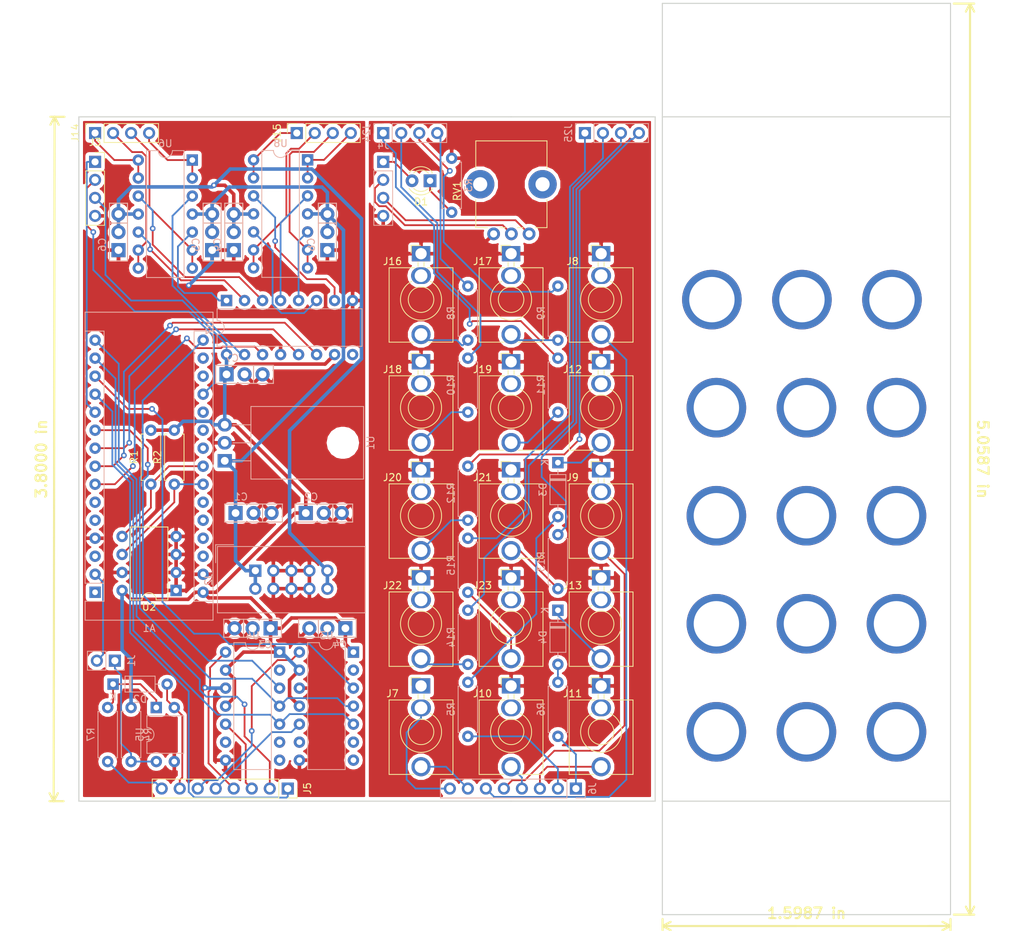
<source format=kicad_pcb>
(kicad_pcb (version 20171130) (host pcbnew 5.0.2+dfsg1-1~bpo9+1)
  (layers (0 F.Cu signal) (31 B.Cu signal) (34 B.Paste user hide) (35 F.Paste user hide) (36 B.SilkS user) (37 F.SilkS user) (38 B.Mask user hide) (39 F.Mask user hide) (44 Edge.Cuts user))
  (net 0 "")
  (net 1 "Net-(A1-Pad1)")
  (net 2 "Net-(A1-Pad17)")
  (net 3 "Net-(A1-Pad2)")
  (net 4 "Net-(A1-Pad18)")
  (net 5 "Net-(A1-Pad3)")
  (net 6 ARP_LENGTH)
  (net 7 GND)
  (net 8 "Net-(A1-Pad20)")
  (net 9 "Net-(A1-Pad5)")
  (net 10 "Net-(A1-Pad21)")
  (net 11 "Net-(A1-Pad6)")
  (net 12 "Net-(A1-Pad22)")
  (net 13 595_SER)
  (net 14 SDA)
  (net 15 595_SRCLK)
  (net 16 SCL)
  (net 17 595_RCLK)
  (net 18 "Net-(A1-Pad25)")
  (net 19 DAC2_CS)
  (net 20 "Net-(A1-Pad26)")
  (net 21 ACT_LED)
  (net 22 "Net-(A1-Pad27)")
  (net 23 GATE2_OUT)
  (net 24 "Net-(A1-Pad28)")
  (net 25 DAC1_CS)
  (net 26 DAC_SDI)
  (net 27 +5V)
  (net 28 GATE1_OUT)
  (net 29 DAC_SCK)
  (net 30 +12V)
  (net 31 -12V)
  (net 32 "Net-(D1-Pad1)")
  (net 33 "Net-(D1-Pad2)")
  (net 34 "Net-(D2-Pad2)")
  (net 35 "Net-(D2-Pad1)")
  (net 36 "Net-(D3-Pad1)")
  (net 37 "Net-(D3-Pad2)")
  (net 38 "Net-(D4-Pad1)")
  (net 39 "Net-(D4-Pad2)")
  (net 40 MIDI_IN)
  (net 41 "Net-(J4-Pad2)")
  (net 42 +5VA)
  (net 43 GNDA)
  (net 44 "Net-(J5-Pad6)")
  (net 45 "Net-(J5-Pad5)")
  (net 46 "Net-(J5-Pad4)")
  (net 47 "Net-(J5-Pad3)")
  (net 48 "Net-(J6-Pad8)")
  (net 49 "Net-(J6-Pad7)")
  (net 50 "Net-(J6-Pad6)")
  (net 51 "Net-(J6-Pad5)")
  (net 52 "Net-(J10-PadT)")
  (net 53 "Net-(J11-PadT)")
  (net 54 "Net-(J6-Pad2)")
  (net 55 "Net-(J6-Pad1)")
  (net 56 "Net-(J7-PadS)")
  (net 57 "Net-(J8-PadTN)")
  (net 58 "Net-(J9-PadTN)")
  (net 59 "Net-(J10-PadTN)")
  (net 60 "Net-(J11-PadTN)")
  (net 61 "Net-(J12-PadTN)")
  (net 62 "Net-(J13-PadTN)")
  (net 63 "Net-(J14-Pad1)")
  (net 64 "Net-(J14-Pad2)")
  (net 65 "Net-(J14-Pad3)")
  (net 66 "Net-(J14-Pad4)")
  (net 67 "Net-(J15-Pad1)")
  (net 68 "Net-(J15-Pad2)")
  (net 69 "Net-(J15-Pad3)")
  (net 70 "Net-(J15-Pad4)")
  (net 71 "Net-(J16-PadT)")
  (net 72 "Net-(J16-PadTN)")
  (net 73 "Net-(J17-PadTN)")
  (net 74 "Net-(J17-PadT)")
  (net 75 "Net-(J18-PadT)")
  (net 76 "Net-(J18-PadTN)")
  (net 77 "Net-(J19-PadTN)")
  (net 78 "Net-(J19-PadT)")
  (net 79 "Net-(J20-PadTN)")
  (net 80 "Net-(J20-PadT)")
  (net 81 "Net-(J21-PadT)")
  (net 82 "Net-(J21-PadTN)")
  (net 83 "Net-(J22-PadTN)")
  (net 84 "Net-(J22-PadT)")
  (net 85 "Net-(J23-PadT)")
  (net 86 "Net-(J23-PadTN)")
  (net 87 "Net-(U3-Pad9)")
  (net 88 "Net-(U3-Pad2)")
  (net 89 "Net-(U3-Pad6)")
  (net 90 "Net-(U3-Pad7)")
  (net 91 "Net-(U4-Pad7)")
  (net 92 "Net-(U4-Pad6)")
  (net 93 "Net-(U4-Pad2)")
  (net 94 "Net-(U4-Pad9)")
  (net 95 "Net-(U6-Pad12)")
  (net 96 "Net-(U6-Pad5)")
  (net 97 "Net-(U6-Pad10)")
  (net 98 "Net-(U6-Pad3)")
  (net 99 "Net-(U7-Pad9)")
  (net 100 "Net-(U7-Pad4)")
  (net 101 "Net-(U7-Pad5)")
  (net 102 "Net-(U7-Pad6)")
  (net 103 "Net-(U7-Pad7)")
  (net 104 "Net-(J5-Pad8)")
  (net 105 "Net-(J24-Pad4)")
  (net 106 "Net-(J24-Pad3)")
  (net 107 "Net-(J24-Pad2)")
  (net 108 "Net-(J24-Pad1)")
  (net 109 "Net-(J25-Pad1)")
  (net 110 "Net-(J25-Pad2)")
  (net 111 "Net-(J25-Pad3)")
  (net 112 "Net-(J25-Pad4)")
  (module MountingHole:MountingHole_6.4mm_M6 (layer F.Cu) (at 132.461 39.497)
    (fp_text reference REF** hide)
    (fp_text value MountingHole_6.4mm_M6)
    (pad 1 np_thru_hole circle (at 0 0) (size 6.4 6.4) (drill 6.4) (layers *.Cu *.Mask))
  )
  (module MountingHole:MountingHole_3.2mm_M3 (layer F.Cu) (at 119.761 39.497)
    (fp_text reference REF** hide)
    (fp_text value MountingHole_3.2mm_M3)
    (pad 1 np_thru_hole circle (at 0 0) (size 3.2 3.2) (drill 3.2) (layers *.Cu *.Mask))
  )
  (module MountingHole:MountingHole_6.4mm_M6_Pad (layer F.Cu) (at 119.761 56.261)
    (fp_text reference REF** hide)
    (fp_text value MountingHole_6.4mm_M6_Pad)
    (pad 1 thru_hole circle (at 0 0) (size 8.4 8.4) (drill 6.4) (layers *.Cu *.Mask))
  )
  (module MountingHole:MountingHole_6.4mm_M6_Pad (layer F.Cu) (at 145.161 56.261)
    (fp_text reference REF** hide)
    (fp_text value MountingHole_6.4mm_M6_Pad)
    (pad 1 thru_hole circle (at 0 0) (size 8.4 8.4) (drill 6.4) (layers *.Cu *.Mask))
  )
  (module MountingHole:MountingHole_6.4mm_M6_Pad (layer F.Cu) (at 132.461 56.261)
    (fp_text reference REF** hide)
    (fp_text value MountingHole_6.4mm_M6_Pad)
    (pad 1 thru_hole circle (at 0 0) (size 8.4 8.4) (drill 6.4) (layers *.Cu *.Mask))
  )
  (module MountingHole:MountingHole_6.4mm_M6_Pad (layer F.Cu) (at 133.096 71.501)
    (fp_text reference REF** hide)
    (fp_text value MountingHole_6.4mm_M6_Pad)
    (pad 1 thru_hole circle (at 0 0) (size 8.4 8.4) (drill 6.4) (layers *.Cu *.Mask))
  )
  (module MountingHole:MountingHole_6.4mm_M6_Pad (layer F.Cu) (at 145.796 71.501)
    (fp_text reference REF** hide)
    (fp_text value MountingHole_6.4mm_M6_Pad)
    (pad 1 thru_hole circle (at 0 0) (size 8.4 8.4) (drill 6.4) (layers *.Cu *.Mask))
  )
  (module MountingHole:MountingHole_6.4mm_M6_Pad (layer F.Cu) (at 120.396 71.501)
    (fp_text reference REF** hide)
    (fp_text value MountingHole_6.4mm_M6_Pad)
    (pad 1 thru_hole circle (at 0 0) (size 8.4 8.4) (drill 6.4) (layers *.Cu *.Mask))
  )
  (module MountingHole:MountingHole_6.4mm_M6_Pad (layer F.Cu) (at 133.096 86.741)
    (fp_text reference REF** hide)
    (fp_text value MountingHole_6.4mm_M6_Pad)
    (pad 1 thru_hole circle (at 0 0) (size 8.4 8.4) (drill 6.4) (layers *.Cu *.Mask))
  )
  (module MountingHole:MountingHole_6.4mm_M6_Pad (layer F.Cu) (at 145.796 86.741)
    (fp_text reference REF** hide)
    (fp_text value MountingHole_6.4mm_M6_Pad)
    (pad 1 thru_hole circle (at 0 0) (size 8.4 8.4) (drill 6.4) (layers *.Cu *.Mask))
  )
  (module MountingHole:MountingHole_6.4mm_M6_Pad (layer F.Cu) (at 120.396 86.741)
    (fp_text reference REF** hide)
    (fp_text value MountingHole_6.4mm_M6_Pad)
    (pad 1 thru_hole circle (at 0 0) (size 8.4 8.4) (drill 6.4) (layers *.Cu *.Mask))
  )
  (module MountingHole:MountingHole_6.4mm_M6_Pad (layer F.Cu) (at 133.096 101.981)
    (fp_text reference REF** hide)
    (fp_text value MountingHole_6.4mm_M6_Pad)
    (pad 1 thru_hole circle (at 0 0) (size 8.4 8.4) (drill 6.4) (layers *.Cu *.Mask))
  )
  (module MountingHole:MountingHole_6.4mm_M6_Pad (layer F.Cu) (at 145.796 101.981)
    (fp_text reference REF** hide)
    (fp_text value MountingHole_6.4mm_M6_Pad)
    (pad 1 thru_hole circle (at 0 0) (size 8.4 8.4) (drill 6.4) (layers *.Cu *.Mask))
  )
  (module MountingHole:MountingHole_6.4mm_M6_Pad (layer F.Cu) (at 120.396 101.981)
    (fp_text reference REF** hide)
    (fp_text value MountingHole_6.4mm_M6_Pad)
    (pad 1 thru_hole circle (at 0 0) (size 8.4 8.4) (drill 6.4) (layers *.Cu *.Mask))
  )
  (module MountingHole:MountingHole_6.4mm_M6_Pad (layer F.Cu) (at 145.796 117.221)
    (fp_text reference REF** hide)
    (fp_text value MountingHole_6.4mm_M6_Pad)
    (pad 1 thru_hole circle (at 0 0) (size 8.4 8.4) (drill 6.4) (layers *.Cu *.Mask))
  )
  (module MountingHole:MountingHole_6.4mm_M6_Pad (layer F.Cu) (at 133.096 117.221)
    (fp_text reference REF** hide)
    (fp_text value MountingHole_6.4mm_M6_Pad)
    (pad 1 thru_hole circle (at 0 0) (size 8.4 8.4) (drill 6.4) (layers *.Cu *.Mask))
  )
  (module Module:Arduino_Nano (layer B.Cu) (at 32.766 97.536)
    (fp_text reference A1 (at 7.62 5.08) (layer B.SilkS) (effects (justify mirror)))
    (fp_text value "Nano v3")
    (pad 1 thru_hole rect (at 0 0) (size 1.6 1.6) (drill 0.8) (layers *.Cu *.Mask) (net 1 "Net-(A1-Pad1)"))
    (pad 17 thru_hole oval (at 15.24 -33.02) (size 1.6 1.6) (drill 0.8) (layers *.Cu *.Mask) (net 2 "Net-(A1-Pad17)"))
    (pad 2 thru_hole oval (at 0 -2.54) (size 1.6 1.6) (drill 0.8) (layers *.Cu *.Mask) (net 3 "Net-(A1-Pad2)"))
    (pad 18 thru_hole oval (at 15.24 -30.48) (size 1.6 1.6) (drill 0.8) (layers *.Cu *.Mask) (net 4 "Net-(A1-Pad18)"))
    (pad 3 thru_hole oval (at 0 -5.08) (size 1.6 1.6) (drill 0.8) (layers *.Cu *.Mask) (net 5 "Net-(A1-Pad3)"))
    (pad 19 thru_hole oval (at 15.24 -27.94) (size 1.6 1.6) (drill 0.8) (layers *.Cu *.Mask) (net 6 ARP_LENGTH))
    (pad 4 thru_hole oval (at 0 -7.62) (size 1.6 1.6) (drill 0.8) (layers *.Cu *.Mask) (net 7 GND))
    (pad 20 thru_hole oval (at 15.24 -25.4) (size 1.6 1.6) (drill 0.8) (layers *.Cu *.Mask) (net 8 "Net-(A1-Pad20)"))
    (pad 5 thru_hole oval (at 0 -10.16) (size 1.6 1.6) (drill 0.8) (layers *.Cu *.Mask) (net 9 "Net-(A1-Pad5)"))
    (pad 21 thru_hole oval (at 15.24 -22.86) (size 1.6 1.6) (drill 0.8) (layers *.Cu *.Mask) (net 10 "Net-(A1-Pad21)"))
    (pad 6 thru_hole oval (at 0 -12.7) (size 1.6 1.6) (drill 0.8) (layers *.Cu *.Mask) (net 11 "Net-(A1-Pad6)"))
    (pad 22 thru_hole oval (at 15.24 -20.32) (size 1.6 1.6) (drill 0.8) (layers *.Cu *.Mask) (net 12 "Net-(A1-Pad22)"))
    (pad 7 thru_hole oval (at 0 -15.24) (size 1.6 1.6) (drill 0.8) (layers *.Cu *.Mask) (net 13 595_SER))
    (pad 23 thru_hole oval (at 15.24 -17.78) (size 1.6 1.6) (drill 0.8) (layers *.Cu *.Mask) (net 14 SDA))
    (pad 8 thru_hole oval (at 0 -17.78) (size 1.6 1.6) (drill 0.8) (layers *.Cu *.Mask) (net 15 595_SRCLK))
    (pad 24 thru_hole oval (at 15.24 -15.24) (size 1.6 1.6) (drill 0.8) (layers *.Cu *.Mask) (net 16 SCL))
    (pad 9 thru_hole oval (at 0 -20.32) (size 1.6 1.6) (drill 0.8) (layers *.Cu *.Mask) (net 17 595_RCLK))
    (pad 25 thru_hole oval (at 15.24 -12.7) (size 1.6 1.6) (drill 0.8) (layers *.Cu *.Mask) (net 18 "Net-(A1-Pad25)"))
    (pad 10 thru_hole oval (at 0 -22.86) (size 1.6 1.6) (drill 0.8) (layers *.Cu *.Mask) (net 19 DAC2_CS))
    (pad 26 thru_hole oval (at 15.24 -10.16) (size 1.6 1.6) (drill 0.8) (layers *.Cu *.Mask) (net 20 "Net-(A1-Pad26)"))
    (pad 11 thru_hole oval (at 0 -25.4) (size 1.6 1.6) (drill 0.8) (layers *.Cu *.Mask) (net 21 ACT_LED))
    (pad 27 thru_hole oval (at 15.24 -7.62) (size 1.6 1.6) (drill 0.8) (layers *.Cu *.Mask) (net 22 "Net-(A1-Pad27)"))
    (pad 12 thru_hole oval (at 0 -27.94) (size 1.6 1.6) (drill 0.8) (layers *.Cu *.Mask) (net 23 GATE2_OUT))
    (pad 28 thru_hole oval (at 15.24 -5.08) (size 1.6 1.6) (drill 0.8) (layers *.Cu *.Mask) (net 24 "Net-(A1-Pad28)"))
    (pad 13 thru_hole oval (at 0 -30.48) (size 1.6 1.6) (drill 0.8) (layers *.Cu *.Mask) (net 25 DAC1_CS))
    (pad 29 thru_hole oval (at 15.24 -2.54) (size 1.6 1.6) (drill 0.8) (layers *.Cu *.Mask) (net 7 GND))
    (pad 14 thru_hole oval (at 0 -33.02) (size 1.6 1.6) (drill 0.8) (layers *.Cu *.Mask) (net 26 DAC_SDI))
    (pad 30 thru_hole oval (at 15.24 0) (size 1.6 1.6) (drill 0.8) (layers *.Cu *.Mask) (net 27 +5V))
    (pad 15 thru_hole oval (at 0 -35.56) (size 1.6 1.6) (drill 0.8) (layers *.Cu *.Mask) (net 28 GATE1_OUT))
    (pad 16 thru_hole oval (at 15.24 -35.56) (size 1.6 1.6) (drill 0.8) (layers *.Cu *.Mask) (net 29 DAC_SCK))
  )
  (module Tomarus:GenericCap (layer B.Cu) (at 55.118 87.376)
    (fp_text reference C1 (at -1.778 -3.302) (layer B.SilkS) (effects (justify mirror)))
    (fp_text value 100uF)
    (pad 2 thru_hole circle (at 2.54 -1.016) (size 2 2) (drill 1.09) (layers *.Cu *.Mask) (net 7 GND))
    (pad 2 thru_hole circle (at 0 -1.016) (size 2 2) (drill 1.09) (layers *.Cu *.Mask) (net 7 GND))
    (pad 1 thru_hole rect (at -2.54 -1.016) (size 2 2) (drill 1.09) (layers *.Cu *.Mask) (net 30 +12V))
  )
  (module Tomarus:GenericCap (layer B.Cu) (at 65.024 87.376)
    (fp_text reference C2 (at -1.778 -3.302) (layer B.SilkS) (effects (justify mirror)))
    (fp_text value 10uF)
    (pad 1 thru_hole rect (at -2.54 -1.016) (size 2 2) (drill 1.09) (layers *.Cu *.Mask) (net 27 +5V))
    (pad 2 thru_hole circle (at 0 -1.016) (size 2 2) (drill 1.09) (layers *.Cu *.Mask) (net 7 GND))
    (pad 2 thru_hole circle (at 2.54 -1.016) (size 2 2) (drill 1.09) (layers *.Cu *.Mask) (net 7 GND))
  )
  (module Tomarus:GenericCap (layer B.Cu) (at 54.97956 101.6 180)
    (fp_text reference C3 (at -1.778 -3.302 180) (layer B.SilkS) (effects (justify mirror)))
    (fp_text value 100nF)
    (pad 1 thru_hole rect (at -2.54 -1.016 180) (size 2 2) (drill 1.09) (layers *.Cu *.Mask) (net 27 +5V))
    (pad 2 thru_hole circle (at 0 -1.016 180) (size 2 2) (drill 1.09) (layers *.Cu *.Mask) (net 7 GND))
    (pad 2 thru_hole circle (at 2.54 -1.016 180) (size 2 2) (drill 1.09) (layers *.Cu *.Mask) (net 7 GND))
  )
  (module Tomarus:GenericCap (layer B.Cu) (at 65.532 101.6 180)
    (fp_text reference C4 (at -1.778 -3.302 180) (layer B.SilkS) (effects (justify mirror)))
    (fp_text value 100nF)
    (pad 2 thru_hole circle (at 2.54 -1.016 180) (size 2 2) (drill 1.09) (layers *.Cu *.Mask) (net 7 GND))
    (pad 2 thru_hole circle (at 0 -1.016 180) (size 2 2) (drill 1.09) (layers *.Cu *.Mask) (net 7 GND))
    (pad 1 thru_hole rect (at -2.54 -1.016 180) (size 2 2) (drill 1.09) (layers *.Cu *.Mask) (net 27 +5V))
  )
  (module Tomarus:GenericCap (layer B.Cu) (at 50.292 46.736 90)
    (fp_text reference C5 (at -1.778 -3.302 90) (layer B.SilkS) (effects (justify mirror)))
    (fp_text value 100nF)
    (pad 1 thru_hole rect (at -2.54 -1.016 90) (size 2 2) (drill 1.09) (layers *.Cu *.Mask) (net 7 GND))
    (pad 2 thru_hole circle (at 0 -1.016 90) (size 2 2) (drill 1.09) (layers *.Cu *.Mask) (net 30 +12V))
    (pad 2 thru_hole circle (at 2.54 -1.016 90) (size 2 2) (drill 1.09) (layers *.Cu *.Mask) (net 30 +12V))
  )
  (module Tomarus:GenericCap (layer B.Cu) (at 37.084 46.736 90)
    (fp_text reference C6 (at -1.778 -3.302 90) (layer B.SilkS) (effects (justify mirror)))
    (fp_text value 100nF)
    (pad 2 thru_hole circle (at 2.54 -1.016 90) (size 2 2) (drill 1.09) (layers *.Cu *.Mask) (net 31 -12V))
    (pad 2 thru_hole circle (at 0 -1.016 90) (size 2 2) (drill 1.09) (layers *.Cu *.Mask) (net 31 -12V))
    (pad 1 thru_hole rect (at -2.54 -1.016 90) (size 2 2) (drill 1.09) (layers *.Cu *.Mask) (net 7 GND))
  )
  (module Tomarus:GenericCap (layer B.Cu) (at 53.848 67.818)
    (fp_text reference C7 (at -1.778 -3.302) (layer B.SilkS) (effects (justify mirror)))
    (fp_text value 100nF)
    (pad 1 thru_hole rect (at -2.54 -1.016) (size 2 2) (drill 1.09) (layers *.Cu *.Mask) (net 27 +5V))
    (pad 2 thru_hole circle (at 0 -1.016) (size 2 2) (drill 1.09) (layers *.Cu *.Mask) (net 7 GND))
    (pad 2 thru_hole circle (at 2.54 -1.016) (size 2 2) (drill 1.09) (layers *.Cu *.Mask) (net 7 GND))
  )
  (module Tomarus:GenericCap (layer B.Cu) (at 66.548 46.736 90)
    (fp_text reference C8 (at -1.778 -3.302 90) (layer B.SilkS) (effects (justify mirror)))
    (fp_text value 100nF)
    (pad 2 thru_hole circle (at 2.54 -1.016 90) (size 2 2) (drill 1.09) (layers *.Cu *.Mask) (net 30 +12V))
    (pad 2 thru_hole circle (at 0 -1.016 90) (size 2 2) (drill 1.09) (layers *.Cu *.Mask) (net 30 +12V))
    (pad 1 thru_hole rect (at -2.54 -1.016 90) (size 2 2) (drill 1.09) (layers *.Cu *.Mask) (net 7 GND))
  )
  (module Tomarus:GenericCap (layer B.Cu) (at 53.34 46.736 90)
    (fp_text reference C9 (at -1.778 -3.302 90) (layer B.SilkS) (effects (justify mirror)))
    (fp_text value 100nF)
    (pad 1 thru_hole rect (at -2.54 -1.016 90) (size 2 2) (drill 1.09) (layers *.Cu *.Mask) (net 7 GND))
    (pad 2 thru_hole circle (at 0 -1.016 90) (size 2 2) (drill 1.09) (layers *.Cu *.Mask) (net 31 -12V))
    (pad 2 thru_hole circle (at 2.54 -1.016 90) (size 2 2) (drill 1.09) (layers *.Cu *.Mask) (net 31 -12V))
  )
  (module LED_THT:LED_D3.0mm (layer F.Cu) (at 80.01 39.497 180)
    (fp_text reference D1 (at 1.27 -2.96 180) (layer F.SilkS))
    (fp_text value LED)
    (pad 1 thru_hole rect (at 0 0 180) (size 1.8 1.8) (drill 0.9) (layers *.Cu *.Mask) (net 32 "Net-(D1-Pad1)"))
    (pad 2 thru_hole circle (at 2.54 0 180) (size 1.8 1.8) (drill 0.9) (layers *.Cu *.Mask) (net 33 "Net-(D1-Pad2)"))
  )
  (module Diode_THT:D_DO-35_SOD27_P7.62mm_Horizontal (layer B.Cu) (at 35.306 110.49)
    (fp_text reference D2 (at 3.81 2.12) (layer B.SilkS) (effects (justify mirror)))
    (fp_text value D)
    (fp_text user K (at 0 1.8) (layer B.SilkS) (effects (justify mirror)))
    (pad 2 thru_hole oval (at 7.62 0) (size 1.6 1.6) (drill 0.8) (layers *.Cu *.Mask) (net 34 "Net-(D2-Pad2)"))
    (pad 1 thru_hole rect (at 0 0) (size 1.6 1.6) (drill 0.8) (layers *.Cu *.Mask) (net 35 "Net-(D2-Pad1)"))
  )
  (module Diode_THT:D_DO-35_SOD27_P7.62mm_Horizontal (layer B.Cu) (at 98.044 79.248 270)
    (fp_text reference D3 (at 3.81 2.12 270) (layer B.SilkS) (effects (justify mirror)))
    (fp_text value D)
    (fp_text user K (at 0 1.8 270) (layer B.SilkS) (effects (justify mirror)))
    (pad 1 thru_hole rect (at 0 0 270) (size 1.6 1.6) (drill 0.8) (layers *.Cu *.Mask) (net 36 "Net-(D3-Pad1)"))
    (pad 2 thru_hole oval (at 7.62 0 270) (size 1.6 1.6) (drill 0.8) (layers *.Cu *.Mask) (net 37 "Net-(D3-Pad2)"))
  )
  (module Diode_THT:D_DO-35_SOD27_P7.62mm_Horizontal (layer B.Cu) (at 98.044 100.076 270)
    (fp_text reference D4 (at 3.81 2.12 270) (layer B.SilkS) (effects (justify mirror)))
    (fp_text value D)
    (fp_text user K (at 0 1.8 270) (layer B.SilkS) (effects (justify mirror)))
    (pad 1 thru_hole rect (at 0 0 270) (size 1.6 1.6) (drill 0.8) (layers *.Cu *.Mask) (net 38 "Net-(D4-Pad1)"))
    (pad 2 thru_hole oval (at 7.62 0 270) (size 1.6 1.6) (drill 0.8) (layers *.Cu *.Mask) (net 39 "Net-(D4-Pad2)"))
  )
  (module Connector_PinHeader_2.54mm:PinHeader_1x02_P2.54mm_Vertical (layer B.Cu) (at 35.56 107.188 90)
    (fp_text reference J1 (at 0 2.33 90) (layer B.SilkS) (effects (justify mirror)))
    (fp_text value ProgramJmpr)
    (pad 1 thru_hole rect (at 0 0 90) (size 1.7 1.7) (drill 1) (layers *.Cu *.Mask) (net 40 MIDI_IN))
    (pad 2 thru_hole oval (at 0 -2.54 90) (size 1.7 1.7) (drill 1) (layers *.Cu *.Mask) (net 3 "Net-(A1-Pad2)"))
  )
  (module Connector_IDC:IDC-Header_2x05_P2.54mm_Vertical (layer B.Cu) (at 55.372 94.488 270)
    (fp_text reference J2 (at 1.27 6.604 270) (layer B.SilkS) (effects (justify mirror)))
    (fp_text value Power)
    (pad 1 thru_hole rect (at 0 0 270) (size 1.7272 1.7272) (drill 1.016) (layers *.Cu *.Mask) (net 30 +12V))
    (pad 2 thru_hole oval (at 2.54 0 270) (size 1.7272 1.7272) (drill 1.016) (layers *.Cu *.Mask) (net 30 +12V))
    (pad 3 thru_hole oval (at 0 -2.54 270) (size 1.7272 1.7272) (drill 1.016) (layers *.Cu *.Mask) (net 7 GND))
    (pad 4 thru_hole oval (at 2.54 -2.54 270) (size 1.7272 1.7272) (drill 1.016) (layers *.Cu *.Mask) (net 7 GND))
    (pad 5 thru_hole oval (at 0 -5.08 270) (size 1.7272 1.7272) (drill 1.016) (layers *.Cu *.Mask) (net 7 GND))
    (pad 6 thru_hole oval (at 2.54 -5.08 270) (size 1.7272 1.7272) (drill 1.016) (layers *.Cu *.Mask) (net 7 GND))
    (pad 7 thru_hole oval (at 0 -7.62 270) (size 1.7272 1.7272) (drill 1.016) (layers *.Cu *.Mask) (net 7 GND))
    (pad 8 thru_hole oval (at 2.54 -7.62 270) (size 1.7272 1.7272) (drill 1.016) (layers *.Cu *.Mask) (net 7 GND))
    (pad 9 thru_hole oval (at 0 -10.16 270) (size 1.7272 1.7272) (drill 1.016) (layers *.Cu *.Mask) (net 31 -12V))
    (pad 10 thru_hole oval (at 2.54 -10.16 270) (size 1.7272 1.7272) (drill 1.016) (layers *.Cu *.Mask) (net 31 -12V))
  )
  (module Connector_PinSocket_2.54mm:PinSocket_1x04_P2.54mm_Vertical (layer F.Cu) (at 32.766 36.83)
    (fp_text reference J3 (at 0 -2.77) (layer F.SilkS))
    (fp_text value Conn_01x04_Male)
    (pad 1 thru_hole rect (at 0 0) (size 1.7 1.7) (drill 1) (layers *.Cu *.Mask) (net 21 ACT_LED))
    (pad 2 thru_hole oval (at 0 2.54) (size 1.7 1.7) (drill 1) (layers *.Cu *.Mask) (net 6 ARP_LENGTH))
    (pad 3 thru_hole oval (at 0 5.08) (size 1.7 1.7) (drill 1) (layers *.Cu *.Mask) (net 27 +5V))
    (pad 4 thru_hole oval (at 0 7.62) (size 1.7 1.7) (drill 1) (layers *.Cu *.Mask) (net 7 GND))
  )
  (module Connector_PinHeader_2.54mm:PinHeader_1x04_P2.54mm_Vertical (layer B.Cu) (at 73.406 36.83 180)
    (fp_text reference J4 (at 0 2.33 180) (layer B.SilkS) (effects (justify mirror)))
    (fp_text value Conn_01x04_Female)
    (pad 1 thru_hole rect (at 0 0 180) (size 1.7 1.7) (drill 1) (layers *.Cu *.Mask) (net 33 "Net-(D1-Pad2)"))
    (pad 2 thru_hole oval (at 0 -2.54 180) (size 1.7 1.7) (drill 1) (layers *.Cu *.Mask) (net 41 "Net-(J4-Pad2)"))
    (pad 3 thru_hole oval (at 0 -5.08 180) (size 1.7 1.7) (drill 1) (layers *.Cu *.Mask) (net 42 +5VA))
    (pad 4 thru_hole oval (at 0 -7.62 180) (size 1.7 1.7) (drill 1) (layers *.Cu *.Mask) (net 43 GNDA))
  )
  (module Connector_PinSocket_2.54mm:PinSocket_1x08_P2.54mm_Vertical (layer F.Cu) (at 59.944 125.222 270)
    (fp_text reference J5 (at 0 -2.77 270) (layer F.SilkS))
    (fp_text value Conn_01x08_Male)
    (pad 8 thru_hole oval (at 0 17.78 270) (size 1.7 1.7) (drill 1) (layers *.Cu *.Mask) (net 104 "Net-(J5-Pad8)"))
    (pad 7 thru_hole oval (at 0 15.24 270) (size 1.7 1.7) (drill 1) (layers *.Cu *.Mask) (net 34 "Net-(D2-Pad2)"))
    (pad 6 thru_hole oval (at 0 12.7 270) (size 1.7 1.7) (drill 1) (layers *.Cu *.Mask) (net 44 "Net-(J5-Pad6)"))
    (pad 5 thru_hole oval (at 0 10.16 270) (size 1.7 1.7) (drill 1) (layers *.Cu *.Mask) (net 45 "Net-(J5-Pad5)"))
    (pad 4 thru_hole oval (at 0 7.62 270) (size 1.7 1.7) (drill 1) (layers *.Cu *.Mask) (net 46 "Net-(J5-Pad4)"))
    (pad 3 thru_hole oval (at 0 5.08 270) (size 1.7 1.7) (drill 1) (layers *.Cu *.Mask) (net 47 "Net-(J5-Pad3)"))
    (pad 2 thru_hole oval (at 0 2.54 270) (size 1.7 1.7) (drill 1) (layers *.Cu *.Mask) (net 28 GATE1_OUT))
    (pad 1 thru_hole rect (at 0 0 270) (size 1.7 1.7) (drill 1) (layers *.Cu *.Mask) (net 23 GATE2_OUT))
  )
  (module Connector_PinHeader_2.54mm:PinHeader_1x08_P2.54mm_Vertical (layer B.Cu) (at 100.584 125.222 90)
    (fp_text reference J6 (at 0 2.33 90) (layer B.SilkS) (effects (justify mirror)))
    (fp_text value Conn_01x08_Female)
    (pad 8 thru_hole oval (at 0 -17.78 90) (size 1.7 1.7) (drill 1) (layers *.Cu *.Mask) (net 48 "Net-(J6-Pad8)"))
    (pad 7 thru_hole oval (at 0 -15.24 90) (size 1.7 1.7) (drill 1) (layers *.Cu *.Mask) (net 49 "Net-(J6-Pad7)"))
    (pad 6 thru_hole oval (at 0 -12.7 90) (size 1.7 1.7) (drill 1) (layers *.Cu *.Mask) (net 50 "Net-(J6-Pad6)"))
    (pad 5 thru_hole oval (at 0 -10.16 90) (size 1.7 1.7) (drill 1) (layers *.Cu *.Mask) (net 51 "Net-(J6-Pad5)"))
    (pad 4 thru_hole oval (at 0 -7.62 90) (size 1.7 1.7) (drill 1) (layers *.Cu *.Mask) (net 52 "Net-(J10-PadT)"))
    (pad 3 thru_hole oval (at 0 -5.08 90) (size 1.7 1.7) (drill 1) (layers *.Cu *.Mask) (net 53 "Net-(J11-PadT)"))
    (pad 2 thru_hole oval (at 0 -2.54 90) (size 1.7 1.7) (drill 1) (layers *.Cu *.Mask) (net 54 "Net-(J6-Pad2)"))
    (pad 1 thru_hole rect (at 0 0 90) (size 1.7 1.7) (drill 1) (layers *.Cu *.Mask) (net 55 "Net-(J6-Pad1)"))
  )
  (module Tomarus:Jack_3.5mm_QingPu_WQP-PJ366ST_Vertical_CircularHoles (layer F.Cu) (at 78.74 110.744)
    (fp_text reference J7 (at -4.03 1.08 180) (layer F.SilkS))
    (fp_text value "Midi Input")
    (pad R thru_hole oval (at 0 3.1 180) (size 2.8 2.35) (drill 1.8) (layers *.Cu *.Mask) (net 48 "Net-(J6-Pad8)"))
    (pad S thru_hole rect (at 0 0 180) (size 2.6 2.15) (drill 1.6) (layers *.Cu *.Mask) (net 56 "Net-(J7-PadS)"))
    (pad T thru_hole circle (at 0 11.4 180) (size 2.7 2.7) (drill 1.8) (layers *.Cu *.Mask) (net 49 "Net-(J6-Pad7)"))
  )
  (module Connector_Audio:Jack_3.5mm_QingPu_WQP-PJ398SM_Vertical_CircularHoles (layer F.Cu) (at 104.14 49.784)
    (fp_text reference J8 (at -4.03 1.08 180) (layer F.SilkS))
    (fp_text value "CV1 Output")
    (pad T thru_hole circle (at 0 11.4 180) (size 2.7 2.7) (drill 1.8) (layers *.Cu *.Mask) (net 50 "Net-(J6-Pad6)"))
    (pad S thru_hole rect (at 0 0 180) (size 2.6 2.15) (drill 1.6) (layers *.Cu *.Mask) (net 43 GNDA))
    (pad TN thru_hole oval (at 0 3.1 180) (size 2.8 2.35) (drill 1.8) (layers *.Cu *.Mask) (net 57 "Net-(J8-PadTN)"))
  )
  (module Connector_Audio:Jack_3.5mm_QingPu_WQP-PJ398SM_Vertical_CircularHoles (layer F.Cu) (at 104.14 80.264)
    (fp_text reference J9 (at -4.03 1.08 180) (layer F.SilkS))
    (fp_text value "CV2 Output")
    (pad TN thru_hole oval (at 0 3.1 180) (size 2.8 2.35) (drill 1.8) (layers *.Cu *.Mask) (net 58 "Net-(J9-PadTN)"))
    (pad S thru_hole rect (at 0 0 180) (size 2.6 2.15) (drill 1.6) (layers *.Cu *.Mask) (net 43 GNDA))
    (pad T thru_hole circle (at 0 11.4 180) (size 2.7 2.7) (drill 1.8) (layers *.Cu *.Mask) (net 51 "Net-(J6-Pad5)"))
  )
  (module Connector_Audio:Jack_3.5mm_QingPu_WQP-PJ398SM_Vertical_CircularHoles (layer F.Cu) (at 91.44 110.744)
    (fp_text reference J10 (at -4.03 1.08 180) (layer F.SilkS))
    (fp_text value "CTL1 Output")
    (pad T thru_hole circle (at 0 11.4 180) (size 2.7 2.7) (drill 1.8) (layers *.Cu *.Mask) (net 52 "Net-(J10-PadT)"))
    (pad S thru_hole rect (at 0 0 180) (size 2.6 2.15) (drill 1.6) (layers *.Cu *.Mask) (net 43 GNDA))
    (pad TN thru_hole oval (at 0 3.1 180) (size 2.8 2.35) (drill 1.8) (layers *.Cu *.Mask) (net 59 "Net-(J10-PadTN)"))
  )
  (module Connector_Audio:Jack_3.5mm_QingPu_WQP-PJ398SM_Vertical_CircularHoles (layer F.Cu) (at 104.14 110.744)
    (fp_text reference J11 (at -4.03 1.08 180) (layer F.SilkS))
    (fp_text value "CTL2 Output")
    (pad T thru_hole circle (at 0 11.4 180) (size 2.7 2.7) (drill 1.8) (layers *.Cu *.Mask) (net 53 "Net-(J11-PadT)"))
    (pad S thru_hole rect (at 0 0 180) (size 2.6 2.15) (drill 1.6) (layers *.Cu *.Mask) (net 43 GNDA))
    (pad TN thru_hole oval (at 0 3.1 180) (size 2.8 2.35) (drill 1.8) (layers *.Cu *.Mask) (net 60 "Net-(J11-PadTN)"))
  )
  (module Connector_Audio:Jack_3.5mm_QingPu_WQP-PJ398SM_Vertical_CircularHoles (layer F.Cu) (at 104.14 65.024)
    (fp_text reference J12 (at -4.03 1.08 180) (layer F.SilkS))
    (fp_text value "Gate1 Output")
    (pad TN thru_hole oval (at 0 3.1 180) (size 2.8 2.35) (drill 1.8) (layers *.Cu *.Mask) (net 61 "Net-(J12-PadTN)"))
    (pad S thru_hole rect (at 0 0 180) (size 2.6 2.15) (drill 1.6) (layers *.Cu *.Mask) (net 43 GNDA))
    (pad T thru_hole circle (at 0 11.4 180) (size 2.7 2.7) (drill 1.8) (layers *.Cu *.Mask) (net 36 "Net-(D3-Pad1)"))
  )
  (module Connector_Audio:Jack_3.5mm_QingPu_WQP-PJ398SM_Vertical_CircularHoles (layer F.Cu) (at 104.14 95.504)
    (fp_text reference J13 (at -4.03 1.08 180) (layer F.SilkS))
    (fp_text value "Gate2 Output")
    (pad TN thru_hole oval (at 0 3.1 180) (size 2.8 2.35) (drill 1.8) (layers *.Cu *.Mask) (net 62 "Net-(J13-PadTN)"))
    (pad S thru_hole rect (at 0 0 180) (size 2.6 2.15) (drill 1.6) (layers *.Cu *.Mask) (net 43 GNDA))
    (pad T thru_hole circle (at 0 11.4 180) (size 2.7 2.7) (drill 1.8) (layers *.Cu *.Mask) (net 38 "Net-(D4-Pad1)"))
  )
  (module Connector_Audio:Jack_3.5mm_QingPu_WQP-PJ398SM_Vertical_CircularHoles (layer F.Cu) (at 78.74 49.784)
    (fp_text reference J16 (at -4.03 1.08 180) (layer F.SilkS))
    (fp_text value P1)
    (pad T thru_hole circle (at 0 11.4 180) (size 2.7 2.7) (drill 1.8) (layers *.Cu *.Mask) (net 71 "Net-(J16-PadT)"))
    (pad S thru_hole rect (at 0 0 180) (size 2.6 2.15) (drill 1.6) (layers *.Cu *.Mask) (net 43 GNDA))
    (pad TN thru_hole oval (at 0 3.1 180) (size 2.8 2.35) (drill 1.8) (layers *.Cu *.Mask) (net 72 "Net-(J16-PadTN)"))
  )
  (module Connector_Audio:Jack_3.5mm_QingPu_WQP-PJ398SM_Vertical_CircularHoles (layer F.Cu) (at 91.44 49.784)
    (fp_text reference J17 (at -4.03 1.08 180) (layer F.SilkS))
    (fp_text value P2)
    (pad TN thru_hole oval (at 0 3.1 180) (size 2.8 2.35) (drill 1.8) (layers *.Cu *.Mask) (net 73 "Net-(J17-PadTN)"))
    (pad S thru_hole rect (at 0 0 180) (size 2.6 2.15) (drill 1.6) (layers *.Cu *.Mask) (net 43 GNDA))
    (pad T thru_hole circle (at 0 11.4 180) (size 2.7 2.7) (drill 1.8) (layers *.Cu *.Mask) (net 74 "Net-(J17-PadT)"))
  )
  (module Connector_Audio:Jack_3.5mm_QingPu_WQP-PJ398SM_Vertical_CircularHoles (layer F.Cu) (at 78.74 65.024)
    (fp_text reference J18 (at -4.03 1.08 180) (layer F.SilkS))
    (fp_text value P3)
    (pad T thru_hole circle (at 0 11.4 180) (size 2.7 2.7) (drill 1.8) (layers *.Cu *.Mask) (net 75 "Net-(J18-PadT)"))
    (pad S thru_hole rect (at 0 0 180) (size 2.6 2.15) (drill 1.6) (layers *.Cu *.Mask) (net 43 GNDA))
    (pad TN thru_hole oval (at 0 3.1 180) (size 2.8 2.35) (drill 1.8) (layers *.Cu *.Mask) (net 76 "Net-(J18-PadTN)"))
  )
  (module Connector_Audio:Jack_3.5mm_QingPu_WQP-PJ398SM_Vertical_CircularHoles (layer F.Cu) (at 91.44 65.024)
    (fp_text reference J19 (at -4.03 1.08 180) (layer F.SilkS))
    (fp_text value P4)
    (pad TN thru_hole oval (at 0 3.1 180) (size 2.8 2.35) (drill 1.8) (layers *.Cu *.Mask) (net 77 "Net-(J19-PadTN)"))
    (pad S thru_hole rect (at 0 0 180) (size 2.6 2.15) (drill 1.6) (layers *.Cu *.Mask) (net 43 GNDA))
    (pad T thru_hole circle (at 0 11.4 180) (size 2.7 2.7) (drill 1.8) (layers *.Cu *.Mask) (net 78 "Net-(J19-PadT)"))
  )
  (module Connector_Audio:Jack_3.5mm_QingPu_WQP-PJ398SM_Vertical_CircularHoles (layer F.Cu) (at 78.74 80.264)
    (fp_text reference J20 (at -4.03 1.08 180) (layer F.SilkS))
    (fp_text value P5)
    (pad TN thru_hole oval (at 0 3.1 180) (size 2.8 2.35) (drill 1.8) (layers *.Cu *.Mask) (net 79 "Net-(J20-PadTN)"))
    (pad S thru_hole rect (at 0 0 180) (size 2.6 2.15) (drill 1.6) (layers *.Cu *.Mask) (net 43 GNDA))
    (pad T thru_hole circle (at 0 11.4 180) (size 2.7 2.7) (drill 1.8) (layers *.Cu *.Mask) (net 80 "Net-(J20-PadT)"))
  )
  (module Connector_Audio:Jack_3.5mm_QingPu_WQP-PJ398SM_Vertical_CircularHoles (layer F.Cu) (at 91.44 80.264)
    (fp_text reference J21 (at -4.03 1.08 180) (layer F.SilkS))
    (fp_text value P6)
    (pad T thru_hole circle (at 0 11.4 180) (size 2.7 2.7) (drill 1.8) (layers *.Cu *.Mask) (net 81 "Net-(J21-PadT)"))
    (pad S thru_hole rect (at 0 0 180) (size 2.6 2.15) (drill 1.6) (layers *.Cu *.Mask) (net 43 GNDA))
    (pad TN thru_hole oval (at 0 3.1 180) (size 2.8 2.35) (drill 1.8) (layers *.Cu *.Mask) (net 82 "Net-(J21-PadTN)"))
  )
  (module Connector_Audio:Jack_3.5mm_QingPu_WQP-PJ398SM_Vertical_CircularHoles (layer F.Cu) (at 78.74 95.504)
    (fp_text reference J22 (at -4.03 1.08 180) (layer F.SilkS))
    (fp_text value P7)
    (pad TN thru_hole oval (at 0 3.1 180) (size 2.8 2.35) (drill 1.8) (layers *.Cu *.Mask) (net 83 "Net-(J22-PadTN)"))
    (pad S thru_hole rect (at 0 0 180) (size 2.6 2.15) (drill 1.6) (layers *.Cu *.Mask) (net 43 GNDA))
    (pad T thru_hole circle (at 0 11.4 180) (size 2.7 2.7) (drill 1.8) (layers *.Cu *.Mask) (net 84 "Net-(J22-PadT)"))
  )
  (module Connector_Audio:Jack_3.5mm_QingPu_WQP-PJ398SM_Vertical_CircularHoles (layer F.Cu) (at 91.44 95.504)
    (fp_text reference J23 (at -4.03 1.08 180) (layer F.SilkS))
    (fp_text value P8)
    (pad T thru_hole circle (at 0 11.4 180) (size 2.7 2.7) (drill 1.8) (layers *.Cu *.Mask) (net 85 "Net-(J23-PadT)"))
    (pad S thru_hole rect (at 0 0 180) (size 2.6 2.15) (drill 1.6) (layers *.Cu *.Mask) (net 43 GNDA))
    (pad TN thru_hole oval (at 0 3.1 180) (size 2.8 2.35) (drill 1.8) (layers *.Cu *.Mask) (net 86 "Net-(J23-PadTN)"))
  )
  (module Resistor_THT:R_Axial_DIN0207_L6.3mm_D2.5mm_P7.62mm_Horizontal (layer F.Cu) (at 40.64 82.296 90)
    (fp_text reference R1 (at 3.81 -2.37 90) (layer F.SilkS))
    (fp_text value 2K2)
    (pad 2 thru_hole oval (at 7.62 0 90) (size 1.6 1.6) (drill 0.8) (layers *.Cu *.Mask) (net 27 +5V))
    (pad 1 thru_hole circle (at 0 0 90) (size 1.6 1.6) (drill 0.8) (layers *.Cu *.Mask) (net 14 SDA))
  )
  (module Resistor_THT:R_Axial_DIN0207_L6.3mm_D2.5mm_P7.62mm_Horizontal (layer F.Cu) (at 43.942 82.296 90)
    (fp_text reference R2 (at 3.81 -2.37 90) (layer F.SilkS))
    (fp_text value 2K2)
    (pad 1 thru_hole circle (at 0 0 90) (size 1.6 1.6) (drill 0.8) (layers *.Cu *.Mask) (net 16 SCL))
    (pad 2 thru_hole oval (at 7.62 0 90) (size 1.6 1.6) (drill 0.8) (layers *.Cu *.Mask) (net 27 +5V))
  )
  (module Resistor_THT:R_Axial_DIN0207_L6.3mm_D2.5mm_P7.62mm_Horizontal (layer B.Cu) (at 83.058 43.942 90)
    (fp_text reference R3 (at 3.81 2.37 90) (layer B.SilkS) (effects (justify mirror)))
    (fp_text value 1K)
    (pad 1 thru_hole circle (at 0 0 90) (size 1.6 1.6) (drill 0.8) (layers *.Cu *.Mask) (net 32 "Net-(D1-Pad1)"))
    (pad 2 thru_hole oval (at 7.62 0 90) (size 1.6 1.6) (drill 0.8) (layers *.Cu *.Mask) (net 43 GNDA))
  )
  (module Resistor_THT:R_Axial_DIN0207_L6.3mm_D2.5mm_P7.62mm_Horizontal (layer B.Cu) (at 37.846 121.412 90)
    (fp_text reference R4 (at 3.81 2.37 90) (layer B.SilkS) (effects (justify mirror)))
    (fp_text value 1K)
    (pad 1 thru_hole circle (at 0 0 90) (size 1.6 1.6) (drill 0.8) (layers *.Cu *.Mask) (net 40 MIDI_IN))
    (pad 2 thru_hole oval (at 7.62 0 90) (size 1.6 1.6) (drill 0.8) (layers *.Cu *.Mask) (net 27 +5V))
  )
  (module Resistor_THT:R_Axial_DIN0207_L6.3mm_D2.5mm_P7.62mm_Horizontal (layer B.Cu) (at 85.344 110.236 270)
    (fp_text reference R5 (at 3.81 2.37 270) (layer B.SilkS) (effects (justify mirror)))
    (fp_text value 1K)
    (pad 1 thru_hole circle (at 0 0 270) (size 1.6 1.6) (drill 0.8) (layers *.Cu *.Mask) (net 37 "Net-(D3-Pad2)"))
    (pad 2 thru_hole oval (at 7.62 0 270) (size 1.6 1.6) (drill 0.8) (layers *.Cu *.Mask) (net 54 "Net-(J6-Pad2)"))
  )
  (module Resistor_THT:R_Axial_DIN0207_L6.3mm_D2.5mm_P7.62mm_Horizontal (layer B.Cu) (at 98.044 110.236 270)
    (fp_text reference R6 (at 3.81 2.37 270) (layer B.SilkS) (effects (justify mirror)))
    (fp_text value 1K)
    (pad 2 thru_hole oval (at 7.62 0 270) (size 1.6 1.6) (drill 0.8) (layers *.Cu *.Mask) (net 55 "Net-(J6-Pad1)"))
    (pad 1 thru_hole circle (at 0 0 270) (size 1.6 1.6) (drill 0.8) (layers *.Cu *.Mask) (net 39 "Net-(D4-Pad2)"))
  )
  (module Resistor_THT:R_Axial_DIN0207_L6.3mm_D2.5mm_P7.62mm_Horizontal (layer B.Cu) (at 34.544 113.792 270)
    (fp_text reference R7 (at 3.81 2.37 270) (layer B.SilkS) (effects (justify mirror)))
    (fp_text value 220/470)
    (pad 2 thru_hole oval (at 7.62 0 270) (size 1.6 1.6) (drill 0.8) (layers *.Cu *.Mask) (net 104 "Net-(J5-Pad8)"))
    (pad 1 thru_hole circle (at 0 0 270) (size 1.6 1.6) (drill 0.8) (layers *.Cu *.Mask) (net 35 "Net-(D2-Pad1)"))
  )
  (module Resistor_THT:R_Axial_DIN0207_L6.3mm_D2.5mm_P7.62mm_Horizontal (layer B.Cu) (at 85.344 54.356 270)
    (fp_text reference R8 (at 3.81 2.37 270) (layer B.SilkS) (effects (justify mirror)))
    (fp_text value 100)
    (pad 2 thru_hole oval (at 7.62 0 270) (size 1.6 1.6) (drill 0.8) (layers *.Cu *.Mask) (net 71 "Net-(J16-PadT)"))
    (pad 1 thru_hole circle (at 0 0 270) (size 1.6 1.6) (drill 0.8) (layers *.Cu *.Mask) (net 105 "Net-(J24-Pad4)"))
  )
  (module Resistor_THT:R_Axial_DIN0207_L6.3mm_D2.5mm_P7.62mm_Horizontal (layer B.Cu) (at 98.044 54.356 270)
    (fp_text reference R9 (at 3.81 2.37 270) (layer B.SilkS) (effects (justify mirror)))
    (fp_text value 100)
    (pad 1 thru_hole circle (at 0 0 270) (size 1.6 1.6) (drill 0.8) (layers *.Cu *.Mask) (net 106 "Net-(J24-Pad3)"))
    (pad 2 thru_hole oval (at 7.62 0 270) (size 1.6 1.6) (drill 0.8) (layers *.Cu *.Mask) (net 74 "Net-(J17-PadT)"))
  )
  (module Resistor_THT:R_Axial_DIN0207_L6.3mm_D2.5mm_P7.62mm_Horizontal (layer B.Cu) (at 85.344 64.516 270)
    (fp_text reference R10 (at 3.81 2.37 270) (layer B.SilkS) (effects (justify mirror)))
    (fp_text value 100)
    (pad 2 thru_hole oval (at 7.62 0 270) (size 1.6 1.6) (drill 0.8) (layers *.Cu *.Mask) (net 75 "Net-(J18-PadT)"))
    (pad 1 thru_hole circle (at 0 0 270) (size 1.6 1.6) (drill 0.8) (layers *.Cu *.Mask) (net 107 "Net-(J24-Pad2)"))
  )
  (module Resistor_THT:R_Axial_DIN0207_L6.3mm_D2.5mm_P7.62mm_Horizontal (layer B.Cu) (at 98.044 64.516 270)
    (fp_text reference R11 (at 3.81 2.37 270) (layer B.SilkS) (effects (justify mirror)))
    (fp_text value 100)
    (pad 1 thru_hole circle (at 0 0 270) (size 1.6 1.6) (drill 0.8) (layers *.Cu *.Mask) (net 108 "Net-(J24-Pad1)"))
    (pad 2 thru_hole oval (at 7.62 0 270) (size 1.6 1.6) (drill 0.8) (layers *.Cu *.Mask) (net 78 "Net-(J19-PadT)"))
  )
  (module Resistor_THT:R_Axial_DIN0207_L6.3mm_D2.5mm_P7.62mm_Horizontal (layer B.Cu) (at 85.344 79.756 270)
    (fp_text reference R12 (at 3.81 2.37 270) (layer B.SilkS) (effects (justify mirror)))
    (fp_text value 100)
    (pad 2 thru_hole oval (at 7.62 0 270) (size 1.6 1.6) (drill 0.8) (layers *.Cu *.Mask) (net 80 "Net-(J20-PadT)"))
    (pad 1 thru_hole circle (at 0 0 270) (size 1.6 1.6) (drill 0.8) (layers *.Cu *.Mask) (net 112 "Net-(J25-Pad4)"))
  )
  (module Resistor_THT:R_Axial_DIN0207_L6.3mm_D2.5mm_P7.62mm_Horizontal (layer B.Cu) (at 98.044 89.408 270)
    (fp_text reference R13 (at 3.81 2.37 270) (layer B.SilkS) (effects (justify mirror)))
    (fp_text value 100)
    (pad 1 thru_hole circle (at 0 0 270) (size 1.6 1.6) (drill 0.8) (layers *.Cu *.Mask) (net 111 "Net-(J25-Pad3)"))
    (pad 2 thru_hole oval (at 7.62 0 270) (size 1.6 1.6) (drill 0.8) (layers *.Cu *.Mask) (net 81 "Net-(J21-PadT)"))
  )
  (module Resistor_THT:R_Axial_DIN0207_L6.3mm_D2.5mm_P7.62mm_Horizontal (layer B.Cu) (at 85.344 100.076 270)
    (fp_text reference R14 (at 3.81 2.37 270) (layer B.SilkS) (effects (justify mirror)))
    (fp_text value 100)
    (pad 2 thru_hole oval (at 7.62 0 270) (size 1.6 1.6) (drill 0.8) (layers *.Cu *.Mask) (net 84 "Net-(J22-PadT)"))
    (pad 1 thru_hole circle (at 0 0 270) (size 1.6 1.6) (drill 0.8) (layers *.Cu *.Mask) (net 110 "Net-(J25-Pad2)"))
  )
  (module Resistor_THT:R_Axial_DIN0207_L6.3mm_D2.5mm_P7.62mm_Horizontal (layer B.Cu) (at 85.344 89.916 270)
    (fp_text reference R15 (at 3.81 2.37 270) (layer B.SilkS) (effects (justify mirror)))
    (fp_text value 100)
    (pad 1 thru_hole circle (at 0 0 270) (size 1.6 1.6) (drill 0.8) (layers *.Cu *.Mask) (net 109 "Net-(J25-Pad1)"))
    (pad 2 thru_hole oval (at 7.62 0 270) (size 1.6 1.6) (drill 0.8) (layers *.Cu *.Mask) (net 85 "Net-(J23-PadT)"))
  )
  (module Potentiometer_THT:Potentiometer_Alps_RK09K_Single_Vertical (layer F.Cu) (at 93.98 46.99 90)
    (fp_text reference RV1 (at 6.05 -10.15 90) (layer F.SilkS))
    (fp_text value B10K)
    (pad 3 thru_hole circle (at 0 -5 90) (size 1.8 1.8) (drill 1) (layers *.Cu *.Mask) (net 43 GNDA))
    (pad 2 thru_hole circle (at 0 -2.5 90) (size 1.8 1.8) (drill 1) (layers *.Cu *.Mask) (net 41 "Net-(J4-Pad2)"))
    (pad 1 thru_hole circle (at 0 0 90) (size 1.8 1.8) (drill 1) (layers *.Cu *.Mask) (net 42 +5VA))
    (pad "" np_thru_hole circle (at 7 -6.9 90) (size 4 4) (drill 2) (layers *.Cu *.Mask))
    (pad "" np_thru_hole circle (at 7 1.9 90) (size 4 4) (drill 2) (layers *.Cu *.Mask))
  )
  (module Package_TO_SOT_THT:TO-220-3_Horizontal_TabDown (layer B.Cu) (at 51.054 78.994 90)
    (fp_text reference U1 (at 2.54 20.58 90) (layer B.SilkS) (effects (justify mirror)))
    (fp_text value L7805)
    (pad "" np_thru_hole oval (at 2.54 16.66 90) (size 3.5 3.5) (drill 3.5) (layers *.Cu *.Mask))
    (pad 1 thru_hole rect (at 0 0 90) (size 1.905 2) (drill 1.1) (layers *.Cu *.Mask) (net 30 +12V))
    (pad 2 thru_hole oval (at 2.54 0 90) (size 1.905 2) (drill 1.1) (layers *.Cu *.Mask) (net 7 GND))
    (pad 3 thru_hole oval (at 5.08 0 90) (size 1.905 2) (drill 1.1) (layers *.Cu *.Mask) (net 27 +5V))
  )
  (module Package_DIP:DIP-8_W7.62mm (layer F.Cu) (at 44.196 97.282 180)
    (fp_text reference U2 (at 3.81 -2.33 180) (layer F.SilkS))
    (fp_text value 24LC256)
    (pad 1 thru_hole rect (at 0 0 180) (size 1.6 1.6) (drill 0.8) (layers *.Cu *.Mask) (net 7 GND))
    (pad 5 thru_hole oval (at 7.62 7.62 180) (size 1.6 1.6) (drill 0.8) (layers *.Cu *.Mask) (net 14 SDA))
    (pad 2 thru_hole oval (at 0 2.54 180) (size 1.6 1.6) (drill 0.8) (layers *.Cu *.Mask) (net 7 GND))
    (pad 6 thru_hole oval (at 7.62 5.08 180) (size 1.6 1.6) (drill 0.8) (layers *.Cu *.Mask) (net 16 SCL))
    (pad 3 thru_hole oval (at 0 5.08 180) (size 1.6 1.6) (drill 0.8) (layers *.Cu *.Mask) (net 7 GND))
    (pad 7 thru_hole oval (at 7.62 2.54 180) (size 1.6 1.6) (drill 0.8) (layers *.Cu *.Mask) (net 7 GND))
    (pad 4 thru_hole oval (at 0 7.62 180) (size 1.6 1.6) (drill 0.8) (layers *.Cu *.Mask) (net 7 GND))
    (pad 8 thru_hole oval (at 7.62 0 180) (size 1.6 1.6) (drill 0.8) (layers *.Cu *.Mask) (net 27 +5V))
  )
  (module Package_DIP:DIP-4_W7.62mm (layer B.Cu) (at 41.402 113.792 270)
    (fp_text reference U5 (at 3.81 2.33 270) (layer B.SilkS) (effects (justify mirror)))
    (fp_text value PC817)
    (pad 1 thru_hole rect (at 0 0 270) (size 1.6 1.6) (drill 0.8) (layers *.Cu *.Mask) (net 35 "Net-(D2-Pad1)"))
    (pad 3 thru_hole oval (at 7.62 -2.54 270) (size 1.6 1.6) (drill 0.8) (layers *.Cu *.Mask) (net 7 GND))
    (pad 2 thru_hole oval (at 0 -2.54 270) (size 1.6 1.6) (drill 0.8) (layers *.Cu *.Mask) (net 34 "Net-(D2-Pad2)"))
    (pad 4 thru_hole oval (at 7.62 0 270) (size 1.6 1.6) (drill 0.8) (layers *.Cu *.Mask) (net 40 MIDI_IN))
  )
  (module Package_DIP:DIP-14_W7.62mm (layer B.Cu) (at 46.482 36.576 180)
    (fp_text reference U6 (at 3.81 2.33 180) (layer B.SilkS) (effects (justify mirror)))
    (fp_text value TL074)
    (pad 14 thru_hole oval (at 7.62 0 180) (size 1.6 1.6) (drill 0.8) (layers *.Cu *.Mask) (net 63 "Net-(J14-Pad1)"))
    (pad 7 thru_hole oval (at 0 -15.24 180) (size 1.6 1.6) (drill 0.8) (layers *.Cu *.Mask) (net 65 "Net-(J14-Pad3)"))
    (pad 13 thru_hole oval (at 7.62 -2.54 180) (size 1.6 1.6) (drill 0.8) (layers *.Cu *.Mask) (net 63 "Net-(J14-Pad1)"))
    (pad 6 thru_hole oval (at 0 -12.7 180) (size 1.6 1.6) (drill 0.8) (layers *.Cu *.Mask) (net 65 "Net-(J14-Pad3)"))
    (pad 12 thru_hole oval (at 7.62 -5.08 180) (size 1.6 1.6) (drill 0.8) (layers *.Cu *.Mask) (net 95 "Net-(U6-Pad12)"))
    (pad 5 thru_hole oval (at 0 -10.16 180) (size 1.6 1.6) (drill 0.8) (layers *.Cu *.Mask) (net 96 "Net-(U6-Pad5)"))
    (pad 11 thru_hole oval (at 7.62 -7.62 180) (size 1.6 1.6) (drill 0.8) (layers *.Cu *.Mask) (net 31 -12V))
    (pad 4 thru_hole oval (at 0 -7.62 180) (size 1.6 1.6) (drill 0.8) (layers *.Cu *.Mask) (net 30 +12V))
    (pad 10 thru_hole oval (at 7.62 -10.16 180) (size 1.6 1.6) (drill 0.8) (layers *.Cu *.Mask) (net 97 "Net-(U6-Pad10)"))
    (pad 3 thru_hole oval (at 0 -5.08 180) (size 1.6 1.6) (drill 0.8) (layers *.Cu *.Mask) (net 98 "Net-(U6-Pad3)"))
    (pad 9 thru_hole oval (at 7.62 -12.7 180) (size 1.6 1.6) (drill 0.8) (layers *.Cu *.Mask) (net 64 "Net-(J14-Pad2)"))
    (pad 2 thru_hole oval (at 0 -2.54 180) (size 1.6 1.6) (drill 0.8) (layers *.Cu *.Mask) (net 66 "Net-(J14-Pad4)"))
    (pad 8 thru_hole oval (at 7.62 -15.24 180) (size 1.6 1.6) (drill 0.8) (layers *.Cu *.Mask) (net 64 "Net-(J14-Pad2)"))
    (pad 1 thru_hole rect (at 0 0 180) (size 1.6 1.6) (drill 0.8) (layers *.Cu *.Mask) (net 66 "Net-(J14-Pad4)"))
  )
  (module Package_DIP:DIP-16_W7.62mm (layer B.Cu) (at 51.308 56.388 270)
    (fp_text reference U7 (at 3.81 2.33 270) (layer B.SilkS) (effects (justify mirror)))
    (fp_text value 74HC595)
    (pad 1 thru_hole rect (at 0 0 270) (size 1.6 1.6) (drill 0.8) (layers *.Cu *.Mask) (net 96 "Net-(U6-Pad5)"))
    (pad 9 thru_hole oval (at 7.62 -17.78 270) (size 1.6 1.6) (drill 0.8) (layers *.Cu *.Mask) (net 99 "Net-(U7-Pad9)"))
    (pad 2 thru_hole oval (at 0 -2.54 270) (size 1.6 1.6) (drill 0.8) (layers *.Cu *.Mask) (net 97 "Net-(U6-Pad10)"))
    (pad 10 thru_hole oval (at 7.62 -15.24 270) (size 1.6 1.6) (drill 0.8) (layers *.Cu *.Mask) (net 27 +5V))
    (pad 3 thru_hole oval (at 0 -5.08 270) (size 1.6 1.6) (drill 0.8) (layers *.Cu *.Mask) (net 95 "Net-(U6-Pad12)"))
    (pad 11 thru_hole oval (at 7.62 -12.7 270) (size 1.6 1.6) (drill 0.8) (layers *.Cu *.Mask) (net 15 595_SRCLK))
    (pad 4 thru_hole oval (at 0 -7.62 270) (size 1.6 1.6) (drill 0.8) (layers *.Cu *.Mask) (net 100 "Net-(U7-Pad4)"))
    (pad 12 thru_hole oval (at 7.62 -10.16 270) (size 1.6 1.6) (drill 0.8) (layers *.Cu *.Mask) (net 17 595_RCLK))
    (pad 5 thru_hole oval (at 0 -10.16 270) (size 1.6 1.6) (drill 0.8) (layers *.Cu *.Mask) (net 101 "Net-(U7-Pad5)"))
    (pad 13 thru_hole oval (at 7.62 -7.62 270) (size 1.6 1.6) (drill 0.8) (layers *.Cu *.Mask) (net 7 GND))
    (pad 6 thru_hole oval (at 0 -12.7 270) (size 1.6 1.6) (drill 0.8) (layers *.Cu *.Mask) (net 102 "Net-(U7-Pad6)"))
    (pad 14 thru_hole oval (at 7.62 -5.08 270) (size 1.6 1.6) (drill 0.8) (layers *.Cu *.Mask) (net 13 595_SER))
    (pad 7 thru_hole oval (at 0 -15.24 270) (size 1.6 1.6) (drill 0.8) (layers *.Cu *.Mask) (net 103 "Net-(U7-Pad7)"))
    (pad 15 thru_hole oval (at 7.62 -2.54 270) (size 1.6 1.6) (drill 0.8) (layers *.Cu *.Mask) (net 98 "Net-(U6-Pad3)"))
    (pad 8 thru_hole oval (at 0 -17.78 270) (size 1.6 1.6) (drill 0.8) (layers *.Cu *.Mask) (net 7 GND))
    (pad 16 thru_hole oval (at 7.62 0 270) (size 1.6 1.6) (drill 0.8) (layers *.Cu *.Mask) (net 27 +5V))
  )
  (module Package_DIP:DIP-14_W7.62mm (layer B.Cu) (at 62.738 36.553299 180)
    (fp_text reference U8 (at 3.81 2.33 180) (layer B.SilkS) (effects (justify mirror)))
    (fp_text value TL074)
    (pad 1 thru_hole rect (at 0 0 180) (size 1.6 1.6) (drill 0.8) (layers *.Cu *.Mask) (net 70 "Net-(J15-Pad4)"))
    (pad 8 thru_hole oval (at 7.62 -15.24 180) (size 1.6 1.6) (drill 0.8) (layers *.Cu *.Mask) (net 68 "Net-(J15-Pad2)"))
    (pad 2 thru_hole oval (at 0 -2.54 180) (size 1.6 1.6) (drill 0.8) (layers *.Cu *.Mask) (net 70 "Net-(J15-Pad4)"))
    (pad 9 thru_hole oval (at 7.62 -12.7 180) (size 1.6 1.6) (drill 0.8) (layers *.Cu *.Mask) (net 68 "Net-(J15-Pad2)"))
    (pad 3 thru_hole oval (at 0 -5.08 180) (size 1.6 1.6) (drill 0.8) (layers *.Cu *.Mask) (net 100 "Net-(U7-Pad4)"))
    (pad 10 thru_hole oval (at 7.62 -10.16 180) (size 1.6 1.6) (drill 0.8) (layers *.Cu *.Mask) (net 102 "Net-(U7-Pad6)"))
    (pad 4 thru_hole oval (at 0 -7.62 180) (size 1.6 1.6) (drill 0.8) (layers *.Cu *.Mask) (net 30 +12V))
    (pad 11 thru_hole oval (at 7.62 -7.62 180) (size 1.6 1.6) (drill 0.8) (layers *.Cu *.Mask) (net 31 -12V))
    (pad 5 thru_hole oval (at 0 -10.16 180) (size 1.6 1.6) (drill 0.8) (layers *.Cu *.Mask) (net 101 "Net-(U7-Pad5)"))
    (pad 12 thru_hole oval (at 7.62 -5.08 180) (size 1.6 1.6) (drill 0.8) (layers *.Cu *.Mask) (net 103 "Net-(U7-Pad7)"))
    (pad 6 thru_hole oval (at 0 -12.7 180) (size 1.6 1.6) (drill 0.8) (layers *.Cu *.Mask) (net 69 "Net-(J15-Pad3)"))
    (pad 13 thru_hole oval (at 7.62 -2.54 180) (size 1.6 1.6) (drill 0.8) (layers *.Cu *.Mask) (net 67 "Net-(J15-Pad1)"))
    (pad 7 thru_hole oval (at 0 -15.24 180) (size 1.6 1.6) (drill 0.8) (layers *.Cu *.Mask) (net 69 "Net-(J15-Pad3)"))
    (pad 14 thru_hole oval (at 7.62 0 180) (size 1.6 1.6) (drill 0.8) (layers *.Cu *.Mask) (net 67 "Net-(J15-Pad1)"))
  )
  (module Package_DIP:DIP-14_W7.62mm (layer B.Cu) (at 69.20356 105.975405 180)
    (fp_text reference U3 (at 3.81 2.33 180) (layer B.SilkS) (effects (justify mirror)))
    (fp_text value MCP4922)
    (pad 1 thru_hole rect (at 0 0 180) (size 1.6 1.6) (drill 0.8) (layers *.Cu *.Mask) (net 27 +5V))
    (pad 8 thru_hole oval (at 7.62 -15.24 180) (size 1.6 1.6) (drill 0.8) (layers *.Cu *.Mask) (net 7 GND))
    (pad 2 thru_hole oval (at 0 -2.54 180) (size 1.6 1.6) (drill 0.8) (layers *.Cu *.Mask) (net 88 "Net-(U3-Pad2)"))
    (pad 9 thru_hole oval (at 7.62 -12.7 180) (size 1.6 1.6) (drill 0.8) (layers *.Cu *.Mask) (net 87 "Net-(U3-Pad9)"))
    (pad 3 thru_hole oval (at 0 -5.08 180) (size 1.6 1.6) (drill 0.8) (layers *.Cu *.Mask) (net 25 DAC1_CS))
    (pad 10 thru_hole oval (at 7.62 -10.16 180) (size 1.6 1.6) (drill 0.8) (layers *.Cu *.Mask) (net 45 "Net-(J5-Pad5)"))
    (pad 4 thru_hole oval (at 0 -7.62 180) (size 1.6 1.6) (drill 0.8) (layers *.Cu *.Mask) (net 29 DAC_SCK))
    (pad 11 thru_hole oval (at 7.62 -7.62 180) (size 1.6 1.6) (drill 0.8) (layers *.Cu *.Mask) (net 27 +5V))
    (pad 5 thru_hole oval (at 0 -10.16 180) (size 1.6 1.6) (drill 0.8) (layers *.Cu *.Mask) (net 26 DAC_SDI))
    (pad 12 thru_hole oval (at 7.62 -5.08 180) (size 1.6 1.6) (drill 0.8) (layers *.Cu *.Mask) (net 7 GND))
    (pad 6 thru_hole oval (at 0 -12.7 180) (size 1.6 1.6) (drill 0.8) (layers *.Cu *.Mask) (net 89 "Net-(U3-Pad6)"))
    (pad 13 thru_hole oval (at 7.62 -2.54 180) (size 1.6 1.6) (drill 0.8) (layers *.Cu *.Mask) (net 27 +5V))
    (pad 7 thru_hole oval (at 0 -15.24 180) (size 1.6 1.6) (drill 0.8) (layers *.Cu *.Mask) (net 90 "Net-(U3-Pad7)"))
    (pad 14 thru_hole oval (at 7.62 0 180) (size 1.6 1.6) (drill 0.8) (layers *.Cu *.Mask) (net 44 "Net-(J5-Pad6)"))
  )
  (module Package_DIP:DIP-14_W7.62mm (layer B.Cu) (at 58.78956 105.975405 180)
    (fp_text reference U4 (at 3.81 2.33 180) (layer B.SilkS) (effects (justify mirror)))
    (fp_text value MCP4922)
    (pad 14 thru_hole oval (at 7.62 0 180) (size 1.6 1.6) (drill 0.8) (layers *.Cu *.Mask) (net 46 "Net-(J5-Pad4)"))
    (pad 7 thru_hole oval (at 0 -15.24 180) (size 1.6 1.6) (drill 0.8) (layers *.Cu *.Mask) (net 91 "Net-(U4-Pad7)"))
    (pad 13 thru_hole oval (at 7.62 -2.54 180) (size 1.6 1.6) (drill 0.8) (layers *.Cu *.Mask) (net 27 +5V))
    (pad 6 thru_hole oval (at 0 -12.7 180) (size 1.6 1.6) (drill 0.8) (layers *.Cu *.Mask) (net 92 "Net-(U4-Pad6)"))
    (pad 12 thru_hole oval (at 7.62 -5.08 180) (size 1.6 1.6) (drill 0.8) (layers *.Cu *.Mask) (net 7 GND))
    (pad 5 thru_hole oval (at 0 -10.16 180) (size 1.6 1.6) (drill 0.8) (layers *.Cu *.Mask) (net 26 DAC_SDI))
    (pad 11 thru_hole oval (at 7.62 -7.62 180) (size 1.6 1.6) (drill 0.8) (layers *.Cu *.Mask) (net 27 +5V))
    (pad 4 thru_hole oval (at 0 -7.62 180) (size 1.6 1.6) (drill 0.8) (layers *.Cu *.Mask) (net 29 DAC_SCK))
    (pad 10 thru_hole oval (at 7.62 -10.16 180) (size 1.6 1.6) (drill 0.8) (layers *.Cu *.Mask) (net 47 "Net-(J5-Pad3)"))
    (pad 3 thru_hole oval (at 0 -5.08 180) (size 1.6 1.6) (drill 0.8) (layers *.Cu *.Mask) (net 19 DAC2_CS))
    (pad 9 thru_hole oval (at 7.62 -12.7 180) (size 1.6 1.6) (drill 0.8) (layers *.Cu *.Mask) (net 94 "Net-(U4-Pad9)"))
    (pad 2 thru_hole oval (at 0 -2.54 180) (size 1.6 1.6) (drill 0.8) (layers *.Cu *.Mask) (net 93 "Net-(U4-Pad2)"))
    (pad 8 thru_hole oval (at 7.62 -15.24 180) (size 1.6 1.6) (drill 0.8) (layers *.Cu *.Mask) (net 7 GND))
    (pad 1 thru_hole rect (at 0 0 180) (size 1.6 1.6) (drill 0.8) (layers *.Cu *.Mask) (net 27 +5V))
  )
  (module Connector_PinSocket_2.54mm:PinSocket_1x04_P2.54mm_Vertical (layer F.Cu) (at 32.766 32.766 90)
    (fp_text reference J14 (at 0 -2.77 90) (layer F.SilkS))
    (fp_text value Conn_01x04_Male)
    (pad 4 thru_hole oval (at 0 7.62 90) (size 1.7 1.7) (drill 1) (layers *.Cu *.Mask) (net 66 "Net-(J14-Pad4)"))
    (pad 3 thru_hole oval (at 0 5.08 90) (size 1.7 1.7) (drill 1) (layers *.Cu *.Mask) (net 65 "Net-(J14-Pad3)"))
    (pad 2 thru_hole oval (at 0 2.54 90) (size 1.7 1.7) (drill 1) (layers *.Cu *.Mask) (net 64 "Net-(J14-Pad2)"))
    (pad 1 thru_hole rect (at 0 0 90) (size 1.7 1.7) (drill 1) (layers *.Cu *.Mask) (net 63 "Net-(J14-Pad1)"))
  )
  (module Connector_PinSocket_2.54mm:PinSocket_1x04_P2.54mm_Vertical (layer F.Cu) (at 61.214 32.766 90)
    (fp_text reference J15 (at 0 -2.77 90) (layer F.SilkS))
    (fp_text value Conn_01x04_Male)
    (pad 1 thru_hole rect (at 0 0 90) (size 1.7 1.7) (drill 1) (layers *.Cu *.Mask) (net 67 "Net-(J15-Pad1)"))
    (pad 2 thru_hole oval (at 0 2.54 90) (size 1.7 1.7) (drill 1) (layers *.Cu *.Mask) (net 68 "Net-(J15-Pad2)"))
    (pad 3 thru_hole oval (at 0 5.08 90) (size 1.7 1.7) (drill 1) (layers *.Cu *.Mask) (net 69 "Net-(J15-Pad3)"))
    (pad 4 thru_hole oval (at 0 7.62 90) (size 1.7 1.7) (drill 1) (layers *.Cu *.Mask) (net 70 "Net-(J15-Pad4)"))
  )
  (module Connector_PinHeader_2.54mm:PinHeader_1x04_P2.54mm_Vertical (layer B.Cu) (at 73.406 32.766 270)
    (fp_text reference J24 (at 0 2.33 270) (layer B.SilkS) (effects (justify mirror)))
    (fp_text value Conn_01x04_Female)
    (pad 4 thru_hole oval (at 0 -7.62 270) (size 1.7 1.7) (drill 1) (layers *.Cu *.Mask) (net 105 "Net-(J24-Pad4)"))
    (pad 3 thru_hole oval (at 0 -5.08 270) (size 1.7 1.7) (drill 1) (layers *.Cu *.Mask) (net 106 "Net-(J24-Pad3)"))
    (pad 2 thru_hole oval (at 0 -2.54 270) (size 1.7 1.7) (drill 1) (layers *.Cu *.Mask) (net 107 "Net-(J24-Pad2)"))
    (pad 1 thru_hole rect (at 0 0 270) (size 1.7 1.7) (drill 1) (layers *.Cu *.Mask) (net 108 "Net-(J24-Pad1)"))
  )
  (module Connector_PinHeader_2.54mm:PinHeader_1x04_P2.54mm_Vertical (layer B.Cu) (at 101.854 32.766 270)
    (fp_text reference J25 (at 0 2.33 270) (layer B.SilkS) (effects (justify mirror)))
    (fp_text value Conn_01x04_Female)
    (pad 1 thru_hole rect (at 0 0 270) (size 1.7 1.7) (drill 1) (layers *.Cu *.Mask) (net 109 "Net-(J25-Pad1)"))
    (pad 2 thru_hole oval (at 0 -2.54 270) (size 1.7 1.7) (drill 1) (layers *.Cu *.Mask) (net 110 "Net-(J25-Pad2)"))
    (pad 3 thru_hole oval (at 0 -5.08 270) (size 1.7 1.7) (drill 1) (layers *.Cu *.Mask) (net 111 "Net-(J25-Pad3)"))
    (pad 4 thru_hole oval (at 0 -7.62 270) (size 1.7 1.7) (drill 1) (layers *.Cu *.Mask) (net 112 "Net-(J25-Pad4)"))
  )
  (module MountingHole:MountingHole_3.2mm_M3 (layer F.Cu) (at 120.276 17.478)
    (fp_text reference REF** hide)
    (fp_text value MountingHole_3.2mm_M3)
    (pad 1 np_thru_hole circle (at 0 0) (size 3.2 3.2) (drill 3.2) (layers *.Cu *.Mask))
  )
  (module MountingHole:MountingHole_3.2mm_M3 (layer F.Cu) (at 145.696 17.478)
    (fp_text reference REF** hide)
    (fp_text value MountingHole_3.2mm_M3)
    (pad "" np_thru_hole circle (at -0.02 0) (size 3.2 3.2) (drill 3.2) (layers *.Cu *.Mask))
  )
  (module MountingHole:MountingHole_3.2mm_M3 (layer F.Cu) (at 145.676 139.978)
    (fp_text reference REF** hide)
    (fp_text value MountingHole_3.2mm_M3)
    (pad 1 np_thru_hole circle (at 0 0) (size 3.2 3.2) (drill 3.2) (layers *.Cu *.Mask))
  )
  (module MountingHole:MountingHole_3.2mm_M3 (layer F.Cu) (at 120.276 139.978)
    (fp_text reference REF** hide)
    (fp_text value MountingHole_3.2mm_M3)
    (pad 1 np_thru_hole circle (at 0 0) (size 3.2 3.2) (drill 3.2) (layers *.Cu *.Mask))
  )
  (module MountingHole:MountingHole_6.4mm_M6_Pad (layer F.Cu) (at 120.396 117.221)
    (fp_text reference REF** hide)
    (fp_text value MountingHole_6.4mm_M6_Pad)
    (pad 1 thru_hole circle (at 0 0) (size 8.4 8.4) (drill 6.4) (layers *.Cu *.Mask))
  )
  (dimension 96.520084 (width 0.3) (layer F.SilkS) (gr_text "96.520 mm" (at 24.892202 78.735405 89.92461086) (layer F.SilkS) (effects (font (size 1.5 1.5) (thickness 0.3)))) (feature1 (pts (xy 28.321 127) (xy 26.34228 126.997396))) (feature2 (pts (xy 28.448 30.48) (xy 26.46928 30.477396))) (crossbar (pts (xy 27.0557 30.478168) (xy 26.9287 126.998168))) (arrow1a (pts (xy 26.9287 126.998168) (xy 26.343762 125.870894))) (arrow1b (pts (xy 26.9287 126.998168) (xy 27.516602 125.872437))) (arrow2a (pts (xy 27.0557 30.478168) (xy 26.467798 31.603899))) (arrow2b (pts (xy 27.0557 30.478168) (xy 27.640638 31.605442))))
  (dimension 40.607945 (width 0.3) (layer F.SilkS) (gr_text "40.608 mm" (at 133.112131 146.708222 0.001940056233) (layer F.SilkS) (effects (font (size 1.5 1.5) (thickness 0.3)))) (feature1 (pts (xy 153.416 143.619796) (xy 153.416053 145.193956))) (feature2 (pts (xy 112.808055 143.621171) (xy 112.808108 145.195331))) (crossbar (pts (xy 112.808088 144.60891) (xy 153.416033 144.607535))) (arrow1a (pts (xy 153.416033 144.607535) (xy 152.289549 145.193994))) (arrow1b (pts (xy 153.416033 144.607535) (xy 152.289509 144.021152))) (arrow2a (pts (xy 112.808088 144.60891) (xy 113.934612 145.195293))) (arrow2b (pts (xy 112.808088 144.60891) (xy 113.934572 144.022451))))
  (gr_line (start 153.416 143.002) (end 153.416 142.748) (layer Edge.Cuts) (width 0.15))
  (gr_line (start 112.776 143.002) (end 112.776 142.748) (layer Edge.Cuts) (width 0.15))
  (gr_line (start 112.776 14.478) (end 112.776 14.732) (layer Edge.Cuts) (width 0.15))
  (gr_line (start 153.416 14.478) (end 153.416 14.732) (layer Edge.Cuts) (width 0.15))
  (dimension 128.491945 (width 0.3) (layer F.SilkS) (gr_text "128.492 mm" (at 158.269779 78.755981 270.0006131) (layer F.SilkS) (effects (font (size 1.5 1.5) (thickness 0.3)))) (feature1 (pts (xy 153.884467 143.002) (xy 156.756888 143.001969))) (feature2 (pts (xy 153.883092 14.510055) (xy 156.755513 14.510024))) (crossbar (pts (xy 156.169092 14.510031) (xy 156.170467 143.001976))) (arrow1a (pts (xy 156.170467 143.001976) (xy 155.584034 141.875479))) (arrow1b (pts (xy 156.170467 143.001976) (xy 156.756876 141.875466))) (arrow2a (pts (xy 156.169092 14.510031) (xy 155.582683 15.636541))) (arrow2b (pts (xy 156.169092 14.510031) (xy 156.755525 15.636528))))
  (gr_line (start 153.416 142.748) (end 153.416 127) (layer Edge.Cuts) (width 0.15))
  (gr_line (start 112.776 143.002) (end 153.416 143.002) (layer Edge.Cuts) (width 0.15))
  (gr_line (start 112.776 127) (end 112.776 142.748) (layer Edge.Cuts) (width 0.15))
  (gr_line (start 153.416 14.732) (end 153.416 30.48) (layer Edge.Cuts) (width 0.15))
  (gr_line (start 112.776 14.478) (end 153.416 14.478) (layer Edge.Cuts) (width 0.15))
  (gr_line (start 112.776 30.48) (end 112.776 14.732) (layer Edge.Cuts) (width 0.15))
  (gr_line (start 112.776 127) (end 112.776 30.48) (layer Edge.Cuts) (width 0.15))
  (gr_line (start 153.416 127) (end 112.776 127) (layer Edge.Cuts) (width 0.15))
  (gr_line (start 153.416 30.48) (end 153.416 127) (layer Edge.Cuts) (width 0.15))
  (gr_line (start 112.776 30.48) (end 153.416 30.48) (layer Edge.Cuts) (width 0.15))
  (gr_line (start 111.76 30.48) (end 91.44 30.48) (layer Edge.Cuts) (width 0.15))
  (gr_line (start 111.76 127) (end 91.44 127) (layer Edge.Cuts) (width 0.15))
  (gr_line (start 91.44 30.48) (end 30.48 30.48) (layer Edge.Cuts) (width 0.15))
  (gr_line (start 111.76 127) (end 111.76 30.48) (layer Edge.Cuts) (width 0.15))
  (gr_line (start 30.48 127) (end 91.44 127) (layer Edge.Cuts) (width 0.15))
  (gr_line (start 30.48 30.48) (end 30.48 127) (layer Edge.Cuts) (width 0.15))
  (segment (start 33.565999 95.795999) (end 32.766 94.996) (width 0.25) (layer B.Cu) (net 3))
  (segment (start 33.891001 96.121001) (end 33.565999 95.795999) (width 0.25) (layer B.Cu) (net 3))
  (segment (start 33.891001 106.316999) (end 33.891001 96.121001) (width 0.25) (layer B.Cu) (net 3))
  (segment (start 33.02 107.188) (end 33.891001 106.316999) (width 0.25) (layer B.Cu) (net 3))
  (via (at 32.512 46.736) (size 0.8) (drill 0.4) (layers F.Cu B.Cu) (net 6))
  (segment (start 31.590999 45.814999) (end 32.512 46.736) (width 0.25) (layer F.Cu) (net 6))
  (segment (start 31.590999 40.545001) (end 31.590999 45.814999) (width 0.25) (layer F.Cu) (net 6))
  (segment (start 32.766 39.37) (end 31.590999 40.545001) (width 0.25) (layer F.Cu) (net 6))
  (segment (start 48.805999 68.796001) (end 48.006 69.596) (width 0.25) (layer B.Cu) (net 6))
  (segment (start 49.53 68.072) (end 48.805999 68.796001) (width 0.25) (layer B.Cu) (net 6))
  (segment (start 45.974 57.912) (end 49.53 61.468) (width 0.25) (layer B.Cu) (net 6))
  (segment (start 38.354 57.912) (end 45.974 57.912) (width 0.25) (layer B.Cu) (net 6))
  (segment (start 49.53 61.468) (end 49.53 68.072) (width 0.25) (layer B.Cu) (net 6))
  (segment (start 32.512 46.736) (end 32.512 52.07) (width 0.25) (layer B.Cu) (net 6))
  (segment (start 32.512 52.07) (end 38.354 57.912) (width 0.25) (layer B.Cu) (net 6))
  (segment (start 65.024 49.784) (end 65.532 49.276) (width 0.5) (layer B.Cu) (net 7))
  (segment (start 68.288001 57.187999) (end 69.088 56.388) (width 0.5) (layer F.Cu) (net 7))
  (segment (start 67.31 58.166) (end 68.288001 57.187999) (width 0.5) (layer F.Cu) (net 7))
  (segment (start 66.04 58.166) (end 67.31 58.166) (width 0.5) (layer F.Cu) (net 7))
  (segment (start 65.278 57.404) (end 66.04 58.166) (width 0.5) (layer F.Cu) (net 7))
  (segment (start 65.278 55.372) (end 65.278 57.404) (width 0.5) (layer F.Cu) (net 7))
  (segment (start 52.324 51.308) (end 55.626 54.61) (width 0.5) (layer F.Cu) (net 7))
  (segment (start 55.626 54.61) (end 64.516 54.61) (width 0.5) (layer F.Cu) (net 7))
  (segment (start 52.324 49.276) (end 52.324 51.308) (width 0.5) (layer F.Cu) (net 7))
  (segment (start 64.516 54.61) (end 65.278 55.372) (width 0.5) (layer F.Cu) (net 7))
  (segment (start 36.068 51.816) (end 38.513021 54.261021) (width 0.5) (layer F.Cu) (net 7))
  (segment (start 38.513021 54.261021) (end 45.408315 54.261021) (width 0.5) (layer F.Cu) (net 7))
  (segment (start 45.408315 54.261021) (end 45.974 54.261021) (width 0.5) (layer F.Cu) (net 7))
  (segment (start 49.276 50.959021) (end 46.373999 53.861022) (width 0.5) (layer B.Cu) (net 7))
  (via (at 45.974 54.261021) (size 0.8) (drill 0.4) (layers F.Cu B.Cu) (net 7))
  (segment (start 36.068 49.276) (end 36.068 51.816) (width 0.5) (layer F.Cu) (net 7))
  (segment (start 49.276 49.276) (end 49.276 50.959021) (width 0.5) (layer B.Cu) (net 7))
  (segment (start 46.373999 53.861022) (end 45.974 54.261021) (width 0.5) (layer B.Cu) (net 7))
  (segment (start 48.317405 111.055405) (end 48.26 110.998) (width 0.5) (layer B.Cu) (net 7))
  (segment (start 51.16956 111.055405) (end 48.317405 111.055405) (width 0.5) (layer B.Cu) (net 7))
  (via (at 48.26 110.998) (size 0.8) (drill 0.4) (layers F.Cu B.Cu) (net 7))
  (via (at 45.72 61.722) (size 0.8) (drill 0.4) (layers F.Cu B.Cu) (net 13))
  (segment (start 47.099001 63.101001) (end 45.72 61.722) (width 0.25) (layer F.Cu) (net 13))
  (segment (start 56.388 64.008) (end 55.262999 62.882999) (width 0.25) (layer F.Cu) (net 13))
  (segment (start 55.262999 62.882999) (end 50.767999 62.882999) (width 0.25) (layer F.Cu) (net 13))
  (segment (start 50.767999 62.882999) (end 50.549997 63.101001) (width 0.25) (layer F.Cu) (net 13))
  (segment (start 50.549997 63.101001) (end 47.099001 63.101001) (width 0.25) (layer F.Cu) (net 13))
  (segment (start 38.354 78.936315) (end 38.1 79.190315) (width 0.25) (layer B.Cu) (net 13))
  (segment (start 38.354 69.088) (end 38.354 78.936315) (width 0.25) (layer B.Cu) (net 13))
  (segment (start 37.700001 80.155999) (end 38.1 79.756) (width 0.25) (layer F.Cu) (net 13))
  (segment (start 35.56 82.296) (end 37.700001 80.155999) (width 0.25) (layer F.Cu) (net 13))
  (segment (start 32.766 82.296) (end 35.56 82.296) (width 0.25) (layer F.Cu) (net 13))
  (segment (start 38.1 79.190315) (end 38.1 79.756) (width 0.25) (layer B.Cu) (net 13))
  (segment (start 45.72 61.722) (end 38.354 69.088) (width 0.25) (layer B.Cu) (net 13))
  (via (at 38.1 79.756) (size 0.8) (drill 0.4) (layers F.Cu B.Cu) (net 13))
  (segment (start 40.64 85.598) (end 40.64 82.296) (width 0.25) (layer F.Cu) (net 14))
  (segment (start 36.576 89.662) (end 40.64 85.598) (width 0.25) (layer F.Cu) (net 14))
  (segment (start 43.18 79.756) (end 48.006 79.756) (width 0.25) (layer F.Cu) (net 14))
  (segment (start 40.64 82.296) (end 43.18 79.756) (width 0.25) (layer F.Cu) (net 14))
  (via (at 36.83 78.232) (size 0.8) (drill 0.4) (layers F.Cu B.Cu) (net 15))
  (segment (start 35.306 79.756) (end 32.766 79.756) (width 0.25) (layer F.Cu) (net 15))
  (segment (start 36.83 78.232) (end 35.306 79.756) (width 0.25) (layer F.Cu) (net 15))
  (via (at 43.336713 59.918034) (size 0.8) (drill 0.4) (layers F.Cu B.Cu) (net 15))
  (segment (start 36.83 66.424747) (end 42.936714 60.318033) (width 0.25) (layer B.Cu) (net 15))
  (segment (start 64.008 64.008) (end 59.518035 59.518035) (width 0.25) (layer F.Cu) (net 15))
  (segment (start 43.736712 59.518035) (end 43.336713 59.918034) (width 0.25) (layer F.Cu) (net 15))
  (segment (start 42.936714 60.318033) (end 43.336713 59.918034) (width 0.25) (layer B.Cu) (net 15))
  (segment (start 59.518035 59.518035) (end 43.736712 59.518035) (width 0.25) (layer F.Cu) (net 15))
  (segment (start 36.83 78.232) (end 36.83 66.424747) (width 0.25) (layer B.Cu) (net 15))
  (segment (start 48.006 82.296) (end 43.942 82.296) (width 0.25) (layer B.Cu) (net 16))
  (segment (start 43.942 84.836) (end 36.576 92.202) (width 0.25) (layer F.Cu) (net 16))
  (segment (start 43.942 82.296) (end 43.942 84.836) (width 0.25) (layer F.Cu) (net 16))
  (via (at 44.196 60.452) (size 0.8) (drill 0.4) (layers F.Cu B.Cu) (net 17))
  (segment (start 57.037002 60.452) (end 44.196 60.452) (width 0.25) (layer F.Cu) (net 17))
  (segment (start 57.912 60.452) (end 57.037002 60.452) (width 0.25) (layer F.Cu) (net 17))
  (segment (start 61.468 64.008) (end 57.912 60.452) (width 0.25) (layer F.Cu) (net 17))
  (segment (start 37.592 75.888315) (end 37.592 76.454) (width 0.25) (layer B.Cu) (net 17))
  (segment (start 36.83 77.216) (end 37.192001 76.853999) (width 0.25) (layer F.Cu) (net 17))
  (segment (start 44.196 60.452) (end 37.592 67.056) (width 0.25) (layer B.Cu) (net 17))
  (segment (start 32.766 77.216) (end 36.83 77.216) (width 0.25) (layer F.Cu) (net 17))
  (segment (start 37.592 67.056) (end 37.592 75.888315) (width 0.25) (layer B.Cu) (net 17))
  (via (at 37.592 76.454) (size 0.8) (drill 0.4) (layers F.Cu B.Cu) (net 17))
  (segment (start 37.192001 76.853999) (end 37.592 76.454) (width 0.25) (layer F.Cu) (net 17))
  (segment (start 54.922155 107.188) (end 48.768 107.188) (width 0.25) (layer B.Cu) (net 19))
  (segment (start 48.768 107.188) (end 39.514999 97.934999) (width 0.25) (layer B.Cu) (net 19))
  (segment (start 58.78956 111.055405) (end 54.922155 107.188) (width 0.25) (layer B.Cu) (net 19))
  (segment (start 40.195838 81.07516) (end 40.195838 80.089374) (width 0.25) (layer B.Cu) (net 19))
  (segment (start 39.514999 81.755999) (end 40.195838 81.07516) (width 0.25) (layer B.Cu) (net 19))
  (via (at 40.195838 79.523689) (size 0.8) (drill 0.4) (layers F.Cu B.Cu) (net 19))
  (segment (start 39.514999 97.934999) (end 39.514999 81.755999) (width 0.25) (layer B.Cu) (net 19))
  (segment (start 40.195838 80.089374) (end 40.195838 79.523689) (width 0.25) (layer B.Cu) (net 19))
  (segment (start 32.766 74.676) (end 37.649004 74.676) (width 0.25) (layer F.Cu) (net 19))
  (segment (start 40.195838 77.222834) (end 40.195838 78.958004) (width 0.25) (layer F.Cu) (net 19))
  (segment (start 40.195838 78.958004) (end 40.195838 79.523689) (width 0.25) (layer F.Cu) (net 19))
  (segment (start 37.649004 74.676) (end 40.195838 77.222834) (width 0.25) (layer F.Cu) (net 19))
  (segment (start 31.590999 70.960999) (end 31.966001 71.336001) (width 0.25) (layer B.Cu) (net 21))
  (segment (start 31.590999 36.905001) (end 31.590999 70.960999) (width 0.25) (layer B.Cu) (net 21))
  (segment (start 31.966001 71.336001) (end 32.766 72.136) (width 0.25) (layer B.Cu) (net 21))
  (segment (start 31.666 36.83) (end 31.590999 36.905001) (width 0.25) (layer B.Cu) (net 21))
  (segment (start 32.766 36.83) (end 31.666 36.83) (width 0.25) (layer B.Cu) (net 21))
  (segment (start 35.204976 79.532208) (end 37.701001 82.028233) (width 0.25) (layer B.Cu) (net 23))
  (segment (start 59.774 126.492) (end 59.944 126.322) (width 0.25) (layer B.Cu) (net 23))
  (segment (start 45.974 125.691002) (end 46.774998 126.492) (width 0.25) (layer B.Cu) (net 23))
  (segment (start 59.944 126.322) (end 59.944 125.222) (width 0.25) (layer B.Cu) (net 23))
  (segment (start 46.774998 126.492) (end 59.774 126.492) (width 0.25) (layer B.Cu) (net 23))
  (segment (start 37.701001 103.233001) (end 45.974 111.506) (width 0.25) (layer B.Cu) (net 23))
  (segment (start 32.766 69.596) (end 35.204976 72.034976) (width 0.25) (layer B.Cu) (net 23))
  (segment (start 45.974 111.506) (end 45.974 125.691002) (width 0.25) (layer B.Cu) (net 23))
  (segment (start 35.204976 72.034976) (end 35.204976 79.532208) (width 0.25) (layer B.Cu) (net 23))
  (segment (start 37.701001 82.028233) (end 37.701001 103.233001) (width 0.25) (layer B.Cu) (net 23))
  (segment (start 40.233336 71.678614) (end 40.799021 71.678614) (width 0.25) (layer F.Cu) (net 25))
  (segment (start 32.766 67.056) (end 37.388614 71.678614) (width 0.25) (layer F.Cu) (net 25))
  (via (at 40.799021 71.678614) (size 0.8) (drill 0.4) (layers F.Cu B.Cu) (net 25))
  (segment (start 37.388614 71.678614) (end 40.233336 71.678614) (width 0.25) (layer F.Cu) (net 25))
  (segment (start 69.20356 111.055405) (end 69.284595 111.055405) (width 0.25) (layer B.Cu) (net 25))
  (segment (start 62.998559 104.850404) (end 68.403561 110.255406) (width 0.25) (layer B.Cu) (net 25))
  (segment (start 51.709561 104.850404) (end 62.998559 104.850404) (width 0.25) (layer B.Cu) (net 25))
  (segment (start 50.237157 103.378) (end 51.709561 104.850404) (width 0.25) (layer B.Cu) (net 25))
  (segment (start 68.403561 110.255406) (end 69.20356 111.055405) (width 0.25) (layer B.Cu) (net 25))
  (segment (start 46.736 103.378) (end 50.237157 103.378) (width 0.25) (layer B.Cu) (net 25))
  (segment (start 42.273001 98.915001) (end 46.736 103.378) (width 0.25) (layer B.Cu) (net 25))
  (segment (start 42.273001 73.152594) (end 42.273001 98.915001) (width 0.25) (layer B.Cu) (net 25))
  (segment (start 40.799021 71.678614) (end 42.273001 73.152594) (width 0.25) (layer B.Cu) (net 25))
  (segment (start 68.403561 115.335406) (end 69.20356 116.135405) (width 0.25) (layer B.Cu) (net 26))
  (segment (start 67.788561 114.720406) (end 68.403561 115.335406) (width 0.25) (layer B.Cu) (net 26))
  (segment (start 60.204559 114.720406) (end 67.788561 114.720406) (width 0.25) (layer B.Cu) (net 26))
  (segment (start 58.78956 116.135405) (end 60.204559 114.720406) (width 0.25) (layer B.Cu) (net 26))
  (segment (start 57.989561 115.335406) (end 58.78956 116.135405) (width 0.25) (layer B.Cu) (net 26))
  (segment (start 32.766 64.516) (end 35.654987 67.404987) (width 0.25) (layer B.Cu) (net 26))
  (segment (start 50.038 114.808) (end 57.462155 114.808) (width 0.25) (layer B.Cu) (net 26))
  (segment (start 38.157991 102.927991) (end 50.038 114.808) (width 0.25) (layer B.Cu) (net 26))
  (segment (start 35.654987 67.404987) (end 35.654987 79.274402) (width 0.25) (layer B.Cu) (net 26))
  (segment (start 38.157991 81.777406) (end 38.157991 102.927991) (width 0.25) (layer B.Cu) (net 26))
  (segment (start 57.462155 114.808) (end 57.989561 115.335406) (width 0.25) (layer B.Cu) (net 26))
  (segment (start 35.654987 79.274402) (end 38.157991 81.777406) (width 0.25) (layer B.Cu) (net 26))
  (segment (start 51.054 67.056) (end 51.308 66.802) (width 0.5) (layer B.Cu) (net 27))
  (segment (start 49.065999 73.425999) (end 45.192001 73.425999) (width 0.5) (layer B.Cu) (net 27))
  (segment (start 49.13737 97.536) (end 48.006 97.536) (width 0.5) (layer F.Cu) (net 27))
  (segment (start 51.308 66.802) (end 51.308 64.008) (width 0.5) (layer B.Cu) (net 27))
  (segment (start 60.984 86.36) (end 49.808 97.536) (width 0.5) (layer F.Cu) (net 27))
  (segment (start 49.808 97.536) (end 49.13737 97.536) (width 0.5) (layer F.Cu) (net 27))
  (segment (start 53.70956 105.975405) (end 51.16956 108.515405) (width 0.5) (layer F.Cu) (net 27))
  (segment (start 60.469561 101.165999) (end 66.621999 101.165999) (width 0.5) (layer F.Cu) (net 27))
  (segment (start 57.51956 102.616) (end 59.01956 102.616) (width 0.5) (layer F.Cu) (net 27))
  (segment (start 57.51956 102.616) (end 57.51956 104.705405) (width 0.5) (layer F.Cu) (net 27))
  (segment (start 57.51956 104.705405) (end 58.78956 105.975405) (width 0.5) (layer F.Cu) (net 27))
  (segment (start 37.375999 98.081999) (end 36.576 97.282) (width 0.5) (layer F.Cu) (net 27))
  (segment (start 52.419561 109.765406) (end 52.419561 112.345404) (width 0.5) (layer F.Cu) (net 27))
  (segment (start 52.419561 112.345404) (end 51.969559 112.795406) (width 0.5) (layer F.Cu) (net 27))
  (segment (start 51.054 73.914) (end 52.554 73.914) (width 0.5) (layer F.Cu) (net 27))
  (segment (start 68.072 102.616) (end 68.072 104.843845) (width 0.5) (layer F.Cu) (net 27))
  (segment (start 54.739559 98.335999) (end 57.51956 101.116) (width 0.5) (layer F.Cu) (net 27))
  (segment (start 45.192001 73.425999) (end 44.741999 73.876001) (width 0.5) (layer B.Cu) (net 27))
  (segment (start 59.04356 105.975405) (end 61.58356 108.515405) (width 0.5) (layer B.Cu) (net 27))
  (segment (start 48.805999 98.335999) (end 54.739559 98.335999) (width 0.5) (layer F.Cu) (net 27))
  (segment (start 58.78956 105.975405) (end 53.70956 105.975405) (width 0.5) (layer F.Cu) (net 27))
  (segment (start 48.006 97.536) (end 46.87463 97.536) (width 0.5) (layer F.Cu) (net 27))
  (segment (start 46.87463 97.536) (end 45.878629 98.532001) (width 0.5) (layer F.Cu) (net 27))
  (segment (start 57.51956 101.116) (end 57.51956 102.616) (width 0.5) (layer F.Cu) (net 27))
  (segment (start 62.484 83.844) (end 62.484 84.86) (width 0.5) (layer F.Cu) (net 27))
  (segment (start 52.554 73.914) (end 62.484 83.844) (width 0.5) (layer F.Cu) (net 27))
  (segment (start 62.484 84.86) (end 62.484 86.36) (width 0.5) (layer F.Cu) (net 27))
  (segment (start 43.942 74.676) (end 40.64 74.676) (width 0.5) (layer F.Cu) (net 27))
  (segment (start 58.78956 105.975405) (end 59.04356 105.975405) (width 0.5) (layer B.Cu) (net 27))
  (segment (start 48.006 97.536) (end 48.805999 98.335999) (width 0.5) (layer F.Cu) (net 27))
  (segment (start 66.621999 101.165999) (end 68.072 102.616) (width 0.5) (layer F.Cu) (net 27))
  (segment (start 59.01956 102.616) (end 60.469561 101.165999) (width 0.5) (layer F.Cu) (net 27))
  (segment (start 45.878629 98.532001) (end 37.826001 98.532001) (width 0.5) (layer F.Cu) (net 27))
  (segment (start 37.826001 98.532001) (end 37.375999 98.081999) (width 0.5) (layer F.Cu) (net 27))
  (segment (start 37.846 113.792) (end 37.846 106.963998) (width 0.5) (layer B.Cu) (net 27))
  (segment (start 37.846 106.963998) (end 36.576 105.693998) (width 0.5) (layer B.Cu) (net 27))
  (segment (start 44.741999 73.876001) (end 43.942 74.676) (width 0.5) (layer B.Cu) (net 27))
  (segment (start 51.969559 112.795406) (end 51.16956 113.595405) (width 0.5) (layer F.Cu) (net 27))
  (segment (start 36.576 105.693998) (end 36.576 98.41337) (width 0.5) (layer B.Cu) (net 27))
  (segment (start 36.576 98.41337) (end 36.576 97.282) (width 0.5) (layer B.Cu) (net 27))
  (segment (start 51.054 73.914) (end 49.554 73.914) (width 0.5) (layer B.Cu) (net 27))
  (segment (start 49.554 73.914) (end 49.065999 73.425999) (width 0.5) (layer B.Cu) (net 27))
  (segment (start 62.484 86.36) (end 60.984 86.36) (width 0.5) (layer F.Cu) (net 27))
  (segment (start 51.054 73.914) (end 51.054 67.056) (width 0.5) (layer B.Cu) (net 27))
  (segment (start 51.16956 108.515405) (end 52.419561 109.765406) (width 0.5) (layer F.Cu) (net 27))
  (segment (start 68.072 104.843845) (end 69.20356 105.975405) (width 0.5) (layer F.Cu) (net 27))
  (segment (start 65.204001 65.351999) (end 65.748001 64.807999) (width 0.5) (layer F.Cu) (net 27))
  (segment (start 65.748001 64.807999) (end 66.548 64.008) (width 0.5) (layer F.Cu) (net 27))
  (segment (start 52.758001 65.351999) (end 65.204001 65.351999) (width 0.5) (layer F.Cu) (net 27))
  (segment (start 51.308 66.802) (end 52.758001 65.351999) (width 0.5) (layer F.Cu) (net 27))
  (segment (start 34.232011 43.376011) (end 33.615999 42.759999) (width 0.25) (layer B.Cu) (net 27))
  (segment (start 45.086411 56.388) (end 37.846 56.388) (width 0.25) (layer B.Cu) (net 27))
  (segment (start 34.232011 52.774011) (end 34.232011 43.376011) (width 0.25) (layer B.Cu) (net 27))
  (segment (start 51.308 62.609589) (end 45.086411 56.388) (width 0.25) (layer B.Cu) (net 27))
  (segment (start 51.308 64.008) (end 51.308 62.609589) (width 0.25) (layer B.Cu) (net 27))
  (segment (start 37.846 56.388) (end 34.232011 52.774011) (width 0.25) (layer B.Cu) (net 27))
  (segment (start 33.615999 42.759999) (end 32.766 41.91) (width 0.25) (layer B.Cu) (net 27))
  (segment (start 60.198 112.209845) (end 61.58356 113.595405) (width 0.5) (layer F.Cu) (net 27))
  (segment (start 60.198 109.900965) (end 60.198 112.209845) (width 0.5) (layer F.Cu) (net 27))
  (segment (start 61.58356 108.515405) (end 60.198 109.900965) (width 0.5) (layer F.Cu) (net 27))
  (via (at 53.848 113.341689) (size 0.8) (drill 0.4) (layers F.Cu B.Cu) (net 28))
  (segment (start 57.404 121.412) (end 53.848 117.856) (width 0.25) (layer F.Cu) (net 28))
  (segment (start 57.404 125.222) (end 57.404 121.412) (width 0.25) (layer F.Cu) (net 28))
  (segment (start 53.848 113.907374) (end 53.848 113.341689) (width 0.25) (layer F.Cu) (net 28))
  (segment (start 53.848 117.856) (end 53.848 113.907374) (width 0.25) (layer F.Cu) (net 28))
  (segment (start 38.614977 100.923789) (end 47.534998 109.84381) (width 0.25) (layer B.Cu) (net 28))
  (segment (start 32.766 61.976) (end 36.104998 65.314998) (width 0.25) (layer B.Cu) (net 28))
  (segment (start 36.104998 65.314998) (end 36.104998 79.088002) (width 0.25) (layer B.Cu) (net 28))
  (segment (start 36.104998 79.088002) (end 38.614977 81.597981) (width 0.25) (layer B.Cu) (net 28))
  (segment (start 38.614977 81.597981) (end 38.614977 100.923789) (width 0.25) (layer B.Cu) (net 28))
  (segment (start 53.448001 112.94169) (end 53.848 113.341689) (width 0.25) (layer B.Cu) (net 28))
  (segment (start 52.774311 112.268) (end 53.448001 112.94169) (width 0.25) (layer B.Cu) (net 28))
  (segment (start 48.456996 112.268) (end 52.774311 112.268) (width 0.25) (layer B.Cu) (net 28))
  (segment (start 47.534998 109.84381) (end 47.534998 111.346002) (width 0.25) (layer B.Cu) (net 28))
  (segment (start 47.534998 111.346002) (end 48.456996 112.268) (width 0.25) (layer B.Cu) (net 28))
  (segment (start 59.589559 112.795406) (end 58.78956 113.595405) (width 0.25) (layer B.Cu) (net 29))
  (segment (start 59.914561 112.470404) (end 59.589559 112.795406) (width 0.25) (layer B.Cu) (net 29))
  (segment (start 66.947189 112.470404) (end 59.914561 112.470404) (width 0.25) (layer B.Cu) (net 29))
  (segment (start 68.07219 113.595405) (end 66.947189 112.470404) (width 0.25) (layer B.Cu) (net 29))
  (segment (start 69.20356 113.595405) (end 68.07219 113.595405) (width 0.25) (layer B.Cu) (net 29))
  (segment (start 58.78956 113.595405) (end 54.922155 109.728) (width 0.25) (layer B.Cu) (net 29))
  (segment (start 47.206001 62.775999) (end 48.006 61.976) (width 0.25) (layer B.Cu) (net 29))
  (segment (start 39.470828 75.861415) (end 39.470828 70.511173) (width 0.25) (layer B.Cu) (net 29))
  (segment (start 39.064988 99.770988) (end 39.064988 81.368573) (width 0.25) (layer B.Cu) (net 29))
  (segment (start 49.022 109.728) (end 39.064988 99.770988) (width 0.25) (layer B.Cu) (net 29))
  (segment (start 39.470828 77.300585) (end 39.529012 77.242401) (width 0.25) (layer B.Cu) (net 29))
  (segment (start 39.529012 75.919599) (end 39.470828 75.861415) (width 0.25) (layer B.Cu) (net 29))
  (segment (start 39.529012 77.242401) (end 39.529012 75.919599) (width 0.25) (layer B.Cu) (net 29))
  (segment (start 39.470828 80.962733) (end 39.470828 77.300585) (width 0.25) (layer B.Cu) (net 29))
  (segment (start 39.470828 70.511173) (end 47.206001 62.775999) (width 0.25) (layer B.Cu) (net 29))
  (segment (start 54.922155 109.728) (end 49.022 109.728) (width 0.25) (layer B.Cu) (net 29))
  (segment (start 39.064988 81.368573) (end 39.470828 80.962733) (width 0.25) (layer B.Cu) (net 29))
  (segment (start 62.760701 44.196) (end 62.738 44.173299) (width 0.5) (layer F.Cu) (net 30))
  (segment (start 46.99 44.196) (end 46.482 44.704) (width 0.5) (layer F.Cu) (net 30))
  (segment (start 49.276 46.736) (end 49.276 44.196) (width 0.5) (layer B.Cu) (net 30))
  (segment (start 46.482 44.196) (end 49.276 44.196) (width 0.5) (layer B.Cu) (net 30))
  (segment (start 51.674489 40.383298) (end 64.767298 40.383298) (width 0.5) (layer B.Cu) (net 30))
  (segment (start 49.276 42.781787) (end 51.674489 40.383298) (width 0.5) (layer B.Cu) (net 30))
  (segment (start 49.276 44.196) (end 49.276 42.781787) (width 0.5) (layer B.Cu) (net 30))
  (segment (start 65.532 41.148) (end 65.532 44.196) (width 0.5) (layer B.Cu) (net 30))
  (segment (start 64.767298 40.383298) (end 65.532 41.148) (width 0.5) (layer B.Cu) (net 30))
  (segment (start 65.509299 44.173299) (end 65.532 44.196) (width 0.5) (layer B.Cu) (net 30))
  (segment (start 62.738 44.173299) (end 65.509299 44.173299) (width 0.5) (layer B.Cu) (net 30))
  (segment (start 65.532 46.736) (end 65.532 44.196) (width 0.5) (layer B.Cu) (net 30))
  (segment (start 55.372 97.028) (end 55.372 94.488) (width 0.5) (layer B.Cu) (net 30))
  (segment (start 52.578 93.0576) (end 52.578 87.86) (width 0.5) (layer B.Cu) (net 30))
  (segment (start 54.0084 94.488) (end 52.578 93.0576) (width 0.5) (layer B.Cu) (net 30))
  (segment (start 52.578 87.86) (end 52.578 86.36) (width 0.5) (layer B.Cu) (net 30))
  (segment (start 55.372 94.488) (end 54.0084 94.488) (width 0.5) (layer B.Cu) (net 30))
  (segment (start 51.1015 78.994) (end 51.054 78.994) (width 0.5) (layer B.Cu) (net 30))
  (segment (start 52.578 80.4705) (end 51.1015 78.994) (width 0.5) (layer B.Cu) (net 30))
  (segment (start 52.578 86.36) (end 52.578 80.4705) (width 0.5) (layer B.Cu) (net 30))
  (segment (start 66.531999 45.195999) (end 65.532 44.196) (width 0.5) (layer B.Cu) (net 30))
  (segment (start 51.054 78.994) (end 53.412002 78.994) (width 0.5) (layer B.Cu) (net 30))
  (segment (start 53.412002 78.994) (end 67.798001 64.608001) (width 0.5) (layer B.Cu) (net 30))
  (segment (start 67.798001 64.608001) (end 67.798001 46.462001) (width 0.5) (layer B.Cu) (net 30))
  (segment (start 67.798001 46.462001) (end 66.531999 45.195999) (width 0.5) (layer B.Cu) (net 30))
  (segment (start 36.068 46.736) (end 36.068 44.196) (width 0.5) (layer B.Cu) (net 31))
  (segment (start 38.862 44.196) (end 36.068 44.196) (width 0.5) (layer B.Cu) (net 31))
  (via (at 49.53 40.132) (size 0.8) (drill 0.4) (layers F.Cu B.Cu) (net 31))
  (segment (start 51.054 40.132) (end 49.53 40.132) (width 0.5) (layer F.Cu) (net 31))
  (segment (start 52.324 41.402) (end 51.054 40.132) (width 0.5) (layer F.Cu) (net 31))
  (segment (start 52.324 44.196) (end 52.324 41.402) (width 0.5) (layer F.Cu) (net 31))
  (segment (start 52.324 46.736) (end 52.324 44.196) (width 0.5) (layer B.Cu) (net 31))
  (segment (start 55.095299 44.196) (end 55.118 44.173299) (width 0.5) (layer B.Cu) (net 31))
  (segment (start 52.324 44.196) (end 55.095299 44.196) (width 0.5) (layer B.Cu) (net 31))
  (segment (start 36.068 42.164) (end 36.068 44.196) (width 0.5) (layer B.Cu) (net 31))
  (segment (start 49.295999 40.366001) (end 37.865999 40.366001) (width 0.5) (layer B.Cu) (net 31))
  (segment (start 37.865999 40.366001) (end 36.068 42.164) (width 0.5) (layer B.Cu) (net 31))
  (segment (start 49.53 40.132) (end 49.295999 40.366001) (width 0.5) (layer B.Cu) (net 31))
  (segment (start 65.532 97.028) (end 65.532 94.488) (width 0.5) (layer B.Cu) (net 31))
  (segment (start 49.929999 39.732001) (end 49.53 40.132) (width 0.5) (layer B.Cu) (net 31))
  (segment (start 51.818702 37.843298) (end 49.929999 39.732001) (width 0.5) (layer B.Cu) (net 31))
  (segment (start 70.338001 44.843298) (end 63.338001 37.843298) (width 0.5) (layer B.Cu) (net 31))
  (segment (start 70.338001 64.608001) (end 70.338001 44.843298) (width 0.5) (layer B.Cu) (net 31))
  (segment (start 60.198 74.748002) (end 70.338001 64.608001) (width 0.5) (layer B.Cu) (net 31))
  (segment (start 60.198 89.154) (end 60.198 74.748002) (width 0.5) (layer B.Cu) (net 31))
  (segment (start 63.338001 37.843298) (end 51.818702 37.843298) (width 0.5) (layer B.Cu) (net 31))
  (segment (start 65.532 94.488) (end 60.198 89.154) (width 0.5) (layer B.Cu) (net 31))
  (segment (start 80.01 40.894) (end 83.058 43.942) (width 0.25) (layer F.Cu) (net 32))
  (segment (start 80.01 39.497) (end 80.01 40.894) (width 0.25) (layer F.Cu) (net 32))
  (segment (start 74.93 36.83) (end 77.47 39.37) (width 0.25) (layer F.Cu) (net 33))
  (segment (start 73.406 36.83) (end 74.93 36.83) (width 0.25) (layer F.Cu) (net 33))
  (segment (start 42.926 112.776) (end 43.942 113.792) (width 0.25) (layer F.Cu) (net 34))
  (segment (start 42.926 110.49) (end 42.926 112.776) (width 0.25) (layer F.Cu) (net 34))
  (segment (start 45.067001 123.656918) (end 45.067001 114.917001) (width 0.25) (layer F.Cu) (net 34))
  (segment (start 44.704 124.019919) (end 45.067001 123.656918) (width 0.25) (layer F.Cu) (net 34))
  (segment (start 45.067001 114.917001) (end 44.741999 114.591999) (width 0.25) (layer F.Cu) (net 34))
  (segment (start 44.704 125.222) (end 44.704 124.019919) (width 0.25) (layer F.Cu) (net 34))
  (segment (start 44.741999 114.591999) (end 43.942 113.792) (width 0.25) (layer F.Cu) (net 34))
  (segment (start 35.306 113.03) (end 34.544 113.792) (width 0.25) (layer F.Cu) (net 35))
  (segment (start 35.306 110.49) (end 35.306 113.03) (width 0.25) (layer F.Cu) (net 35))
  (segment (start 41.402 112.742) (end 41.402 113.792) (width 0.25) (layer F.Cu) (net 35))
  (segment (start 39.15 110.49) (end 41.402 112.742) (width 0.25) (layer F.Cu) (net 35))
  (segment (start 35.306 110.49) (end 39.15 110.49) (width 0.25) (layer F.Cu) (net 35))
  (segment (start 101.316 79.248) (end 104.14 76.424) (width 0.25) (layer B.Cu) (net 36))
  (segment (start 98.044 79.248) (end 101.316 79.248) (width 0.25) (layer B.Cu) (net 36))
  (segment (start 85.344 110.236) (end 94.996 100.584) (width 0.25) (layer B.Cu) (net 37))
  (segment (start 94.996 89.916) (end 98.044 86.868) (width 0.25) (layer B.Cu) (net 37))
  (segment (start 94.996 100.584) (end 94.996 89.916) (width 0.25) (layer B.Cu) (net 37))
  (segment (start 98.044 100.808) (end 98.044 100.076) (width 0.25) (layer B.Cu) (net 38))
  (segment (start 104.14 106.904) (end 98.044 100.808) (width 0.25) (layer B.Cu) (net 38))
  (segment (start 98.044 109.10463) (end 98.044 107.696) (width 0.25) (layer B.Cu) (net 39))
  (segment (start 98.044 110.236) (end 98.044 109.10463) (width 0.25) (layer B.Cu) (net 39))
  (segment (start 41.402 121.412) (end 37.846 121.412) (width 0.25) (layer B.Cu) (net 40))
  (segment (start 35.56 108.288) (end 35.56 107.188) (width 0.25) (layer B.Cu) (net 40))
  (segment (start 36.431001 109.159001) (end 35.56 108.288) (width 0.25) (layer B.Cu) (net 40))
  (segment (start 36.431001 118.865631) (end 36.431001 109.159001) (width 0.25) (layer B.Cu) (net 40))
  (segment (start 37.846 120.28063) (end 36.431001 118.865631) (width 0.25) (layer B.Cu) (net 40))
  (segment (start 37.846 121.412) (end 37.846 120.28063) (width 0.25) (layer B.Cu) (net 40))
  (segment (start 72.556001 40.219999) (end 73.406 39.37) (width 0.25) (layer F.Cu) (net 41))
  (segment (start 72.230999 40.545001) (end 72.556001 40.219999) (width 0.25) (layer F.Cu) (net 41))
  (segment (start 72.230999 42.474001) (end 72.230999 40.545001) (width 0.25) (layer F.Cu) (net 41))
  (segment (start 72.841999 43.085001) (end 72.230999 42.474001) (width 0.25) (layer F.Cu) (net 41))
  (segment (start 73.780003 43.085001) (end 72.841999 43.085001) (width 0.25) (layer F.Cu) (net 41))
  (segment (start 76.460001 45.764999) (end 73.780003 43.085001) (width 0.25) (layer F.Cu) (net 41))
  (segment (start 90.254999 45.764999) (end 76.460001 45.764999) (width 0.25) (layer F.Cu) (net 41))
  (segment (start 91.48 46.99) (end 90.254999 45.764999) (width 0.25) (layer F.Cu) (net 41))
  (segment (start 92.057001 45.067001) (end 93.98 46.99) (width 0.25) (layer F.Cu) (net 42))
  (segment (start 76.563001 45.067001) (end 92.057001 45.067001) (width 0.25) (layer F.Cu) (net 42))
  (segment (start 73.406 41.91) (end 76.563001 45.067001) (width 0.25) (layer F.Cu) (net 42))
  (segment (start 54.864 117.659685) (end 54.864 117.094) (width 0.25) (layer B.Cu) (net 44))
  (segment (start 50.002968 124.046999) (end 54.864 119.185967) (width 0.25) (layer B.Cu) (net 44))
  (segment (start 48.419001 124.046999) (end 50.002968 124.046999) (width 0.25) (layer B.Cu) (net 44))
  (segment (start 54.864 119.185967) (end 54.864 117.659685) (width 0.25) (layer B.Cu) (net 44))
  (via (at 54.864 117.094) (size 0.8) (drill 0.4) (layers F.Cu B.Cu) (net 44))
  (segment (start 47.244 125.222) (end 48.419001 124.046999) (width 0.25) (layer B.Cu) (net 44))
  (segment (start 54.864 116.528315) (end 54.864 117.094) (width 0.25) (layer F.Cu) (net 44))
  (segment (start 60.458559 107.100406) (end 58.507594 107.100406) (width 0.25) (layer F.Cu) (net 44))
  (segment (start 61.58356 105.975405) (end 60.458559 107.100406) (width 0.25) (layer F.Cu) (net 44))
  (segment (start 58.507594 107.100406) (end 57.963596 107.644404) (width 0.25) (layer F.Cu) (net 44))
  (segment (start 54.864 110.775963) (end 54.864 116.528315) (width 0.25) (layer F.Cu) (net 44))
  (segment (start 57.963596 107.676367) (end 54.864 110.775963) (width 0.25) (layer F.Cu) (net 44))
  (segment (start 57.963596 107.644404) (end 57.963596 107.676367) (width 0.25) (layer F.Cu) (net 44))
  (segment (start 60.783561 116.935404) (end 61.58356 116.135405) (width 0.25) (layer B.Cu) (net 45))
  (segment (start 60.458559 117.260406) (end 60.783561 116.935404) (width 0.25) (layer B.Cu) (net 45))
  (segment (start 57.745594 117.260406) (end 60.458559 117.260406) (width 0.25) (layer B.Cu) (net 45))
  (segment (start 49.784 125.222) (end 57.745594 117.260406) (width 0.25) (layer B.Cu) (net 45))
  (segment (start 48.768 121.666) (end 48.768 111.563002) (width 0.25) (layer F.Cu) (net 46))
  (segment (start 48.768 111.563002) (end 48.985001 111.346001) (width 0.25) (layer F.Cu) (net 46))
  (segment (start 48.985001 108.159964) (end 50.369561 106.775404) (width 0.25) (layer F.Cu) (net 46))
  (segment (start 50.369561 106.775404) (end 51.16956 105.975405) (width 0.25) (layer F.Cu) (net 46))
  (segment (start 48.985001 111.346001) (end 48.985001 108.159964) (width 0.25) (layer F.Cu) (net 46))
  (segment (start 52.324 125.222) (end 48.768 121.666) (width 0.25) (layer F.Cu) (net 46))
  (segment (start 54.014001 118.979846) (end 51.969559 116.935404) (width 0.25) (layer F.Cu) (net 47))
  (segment (start 54.014001 124.372001) (end 54.014001 118.979846) (width 0.25) (layer F.Cu) (net 47))
  (segment (start 51.969559 116.935404) (end 51.16956 116.135405) (width 0.25) (layer F.Cu) (net 47))
  (segment (start 54.864 125.222) (end 54.014001 124.372001) (width 0.25) (layer F.Cu) (net 47))
  (segment (start 78.74 115.269) (end 78.74 113.844) (width 0.25) (layer B.Cu) (net 48))
  (segment (start 82.804 125.222) (end 77.978 125.222) (width 0.25) (layer B.Cu) (net 48))
  (segment (start 76.708 117.301) (end 78.74 115.269) (width 0.25) (layer B.Cu) (net 48))
  (segment (start 77.978 125.222) (end 76.708 123.952) (width 0.25) (layer B.Cu) (net 48))
  (segment (start 76.708 123.952) (end 76.708 117.301) (width 0.25) (layer B.Cu) (net 48))
  (segment (start 82.266 122.144) (end 78.74 122.144) (width 0.25) (layer B.Cu) (net 49))
  (segment (start 85.344 125.222) (end 82.266 122.144) (width 0.25) (layer B.Cu) (net 49))
  (segment (start 89.059001 126.397001) (end 105.250999 126.397001) (width 0.25) (layer B.Cu) (net 50))
  (segment (start 87.884 125.222) (end 89.059001 126.397001) (width 0.25) (layer B.Cu) (net 50))
  (segment (start 105.250999 126.397001) (end 107.696 123.952) (width 0.25) (layer B.Cu) (net 50))
  (segment (start 107.696 64.74) (end 104.14 61.184) (width 0.25) (layer B.Cu) (net 50))
  (segment (start 107.696 123.952) (end 107.696 64.74) (width 0.25) (layer B.Cu) (net 50))
  (segment (start 91.599001 124.046999) (end 93.377001 124.046999) (width 0.25) (layer F.Cu) (net 51))
  (segment (start 90.424 125.222) (end 91.599001 124.046999) (width 0.25) (layer F.Cu) (net 51))
  (segment (start 93.377001 124.046999) (end 97.536 119.888) (width 0.25) (layer F.Cu) (net 51))
  (segment (start 97.536 119.888) (end 103.886 119.888) (width 0.25) (layer F.Cu) (net 51))
  (segment (start 103.886 119.888) (end 107.442 116.332) (width 0.25) (layer F.Cu) (net 51))
  (segment (start 107.442 94.966) (end 104.14 91.664) (width 0.25) (layer F.Cu) (net 51))
  (segment (start 107.442 116.332) (end 107.442 94.966) (width 0.25) (layer F.Cu) (net 51))
  (segment (start 92.964 123.668) (end 91.44 122.144) (width 0.25) (layer B.Cu) (net 52))
  (segment (start 92.964 125.222) (end 92.964 123.668) (width 0.25) (layer B.Cu) (net 52))
  (segment (start 95.504 125.222) (end 95.504 123.19) (width 0.25) (layer F.Cu) (net 53))
  (segment (start 96.55 122.144) (end 104.14 122.144) (width 0.25) (layer F.Cu) (net 53))
  (segment (start 95.504 123.19) (end 96.55 122.144) (width 0.25) (layer F.Cu) (net 53))
  (segment (start 93.472 117.856) (end 85.344 117.856) (width 0.25) (layer B.Cu) (net 54))
  (segment (start 98.044 122.428) (end 93.472 117.856) (width 0.25) (layer B.Cu) (net 54))
  (segment (start 98.044 125.222) (end 98.044 122.428) (width 0.25) (layer B.Cu) (net 54))
  (segment (start 100.584 120.396) (end 98.044 117.856) (width 0.25) (layer B.Cu) (net 55))
  (segment (start 100.584 125.222) (end 100.584 120.396) (width 0.25) (layer B.Cu) (net 55))
  (segment (start 37.73063 36.576) (end 38.862 36.576) (width 0.25) (layer F.Cu) (net 63))
  (segment (start 35.476 36.576) (end 37.73063 36.576) (width 0.25) (layer F.Cu) (net 63))
  (segment (start 32.766 33.866) (end 35.476 36.576) (width 0.25) (layer F.Cu) (net 63))
  (segment (start 32.766 32.766) (end 32.766 33.866) (width 0.25) (layer F.Cu) (net 63))
  (segment (start 38.862 39.116) (end 38.862 36.576) (width 0.25) (layer F.Cu) (net 63))
  (segment (start 38.862 50.68463) (end 38.862 49.276) (width 0.25) (layer F.Cu) (net 64))
  (segment (start 38.862 51.816) (end 38.862 50.68463) (width 0.25) (layer F.Cu) (net 64))
  (segment (start 39.661999 48.476001) (end 38.862 49.276) (width 0.25) (layer F.Cu) (net 64))
  (segment (start 39.987001 36.051411) (end 39.987001 48.150999) (width 0.25) (layer F.Cu) (net 64))
  (segment (start 37.990999 35.450999) (end 39.386589 35.450999) (width 0.25) (layer F.Cu) (net 64))
  (segment (start 39.386589 35.450999) (end 39.987001 36.051411) (width 0.25) (layer F.Cu) (net 64))
  (segment (start 39.987001 48.150999) (end 39.661999 48.476001) (width 0.25) (layer F.Cu) (net 64))
  (segment (start 35.306 32.766) (end 37.990999 35.450999) (width 0.25) (layer F.Cu) (net 64))
  (segment (start 45.682001 48.476001) (end 46.482 49.276) (width 0.25) (layer F.Cu) (net 65))
  (segment (start 40.437012 43.231012) (end 45.682001 48.476001) (width 0.25) (layer F.Cu) (net 65))
  (segment (start 40.437012 35.357012) (end 40.437012 43.231012) (width 0.25) (layer F.Cu) (net 65))
  (segment (start 37.846 32.766) (end 40.437012 35.357012) (width 0.25) (layer F.Cu) (net 65))
  (segment (start 46.482 51.816) (end 46.482 49.276) (width 0.25) (layer F.Cu) (net 65))
  (segment (start 45.432 36.576) (end 46.482 36.576) (width 0.25) (layer F.Cu) (net 66))
  (segment (start 42.993919 36.576) (end 45.432 36.576) (width 0.25) (layer F.Cu) (net 66))
  (segment (start 40.386 33.968081) (end 42.993919 36.576) (width 0.25) (layer F.Cu) (net 66))
  (segment (start 40.386 32.766) (end 40.386 33.968081) (width 0.25) (layer F.Cu) (net 66))
  (segment (start 46.482 37.98463) (end 46.482 36.576) (width 0.25) (layer F.Cu) (net 66))
  (segment (start 46.482 39.116) (end 46.482 37.98463) (width 0.25) (layer F.Cu) (net 66))
  (segment (start 58.905299 32.766) (end 55.118 36.553299) (width 0.25) (layer F.Cu) (net 67))
  (segment (start 61.214 32.766) (end 58.905299 32.766) (width 0.25) (layer F.Cu) (net 67))
  (segment (start 55.118 36.553299) (end 55.118 39.093299) (width 0.25) (layer F.Cu) (net 67))
  (segment (start 55.118 51.793299) (end 55.118 49.253299) (width 0.25) (layer F.Cu) (net 68))
  (segment (start 55.917999 48.4533) (end 55.118 49.253299) (width 0.25) (layer F.Cu) (net 68))
  (segment (start 61.541713 34.978287) (end 60.397302 34.978287) (width 0.25) (layer F.Cu) (net 68))
  (segment (start 59.747989 44.62331) (end 55.917999 48.4533) (width 0.25) (layer F.Cu) (net 68))
  (segment (start 59.747989 35.6276) (end 59.747989 44.62331) (width 0.25) (layer F.Cu) (net 68))
  (segment (start 63.754 32.766) (end 61.541713 34.978287) (width 0.25) (layer F.Cu) (net 68))
  (segment (start 60.397302 34.978287) (end 59.747989 35.6276) (width 0.25) (layer F.Cu) (net 68))
  (segment (start 63.631702 35.428298) (end 60.583702 35.428298) (width 0.25) (layer F.Cu) (net 69))
  (segment (start 66.294 32.766) (end 63.631702 35.428298) (width 0.25) (layer F.Cu) (net 69))
  (segment (start 60.583702 35.428298) (end 60.198 35.814) (width 0.25) (layer F.Cu) (net 69))
  (segment (start 60.198 46.713299) (end 62.738 49.253299) (width 0.25) (layer F.Cu) (net 69))
  (segment (start 60.198 35.814) (end 60.198 46.713299) (width 0.25) (layer F.Cu) (net 69))
  (segment (start 62.738 51.793299) (end 62.738 49.253299) (width 0.25) (layer F.Cu) (net 69))
  (segment (start 65.046701 36.553299) (end 62.738 36.553299) (width 0.25) (layer F.Cu) (net 70))
  (segment (start 68.834 32.766) (end 65.046701 36.553299) (width 0.25) (layer F.Cu) (net 70))
  (segment (start 62.738 39.093299) (end 62.738 36.553299) (width 0.25) (layer F.Cu) (net 70))
  (segment (start 85.344 61.976) (end 84.617599 62.702401) (width 0.25) (layer B.Cu) (net 71))
  (segment (start 84.617599 62.702401) (end 84.495389 62.702401) (width 0.25) (layer B.Cu) (net 71))
  (segment (start 83.768988 61.976) (end 79.532 61.976) (width 0.25) (layer B.Cu) (net 71))
  (segment (start 84.495389 62.702401) (end 83.768988 61.976) (width 0.25) (layer B.Cu) (net 71))
  (segment (start 79.532 61.976) (end 78.74 61.184) (width 0.25) (layer B.Cu) (net 71))
  (segment (start 92.232 61.976) (end 91.44 61.184) (width 0.25) (layer B.Cu) (net 74))
  (segment (start 98.044 61.976) (end 92.232 61.976) (width 0.25) (layer B.Cu) (net 74))
  (segment (start 83.028 72.136) (end 85.344 72.136) (width 0.25) (layer B.Cu) (net 75))
  (segment (start 78.74 76.424) (end 83.028 72.136) (width 0.25) (layer B.Cu) (net 75))
  (segment (start 93.756 76.424) (end 98.044 72.136) (width 0.25) (layer B.Cu) (net 78))
  (segment (start 91.44 76.424) (end 93.756 76.424) (width 0.25) (layer B.Cu) (net 78))
  (segment (start 83.028 87.376) (end 85.344 87.376) (width 0.25) (layer B.Cu) (net 80))
  (segment (start 78.74 91.664) (end 83.028 87.376) (width 0.25) (layer B.Cu) (net 80))
  (segment (start 92.68 91.664) (end 91.44 91.664) (width 0.25) (layer F.Cu) (net 81))
  (segment (start 98.044 97.028) (end 92.68 91.664) (width 0.25) (layer F.Cu) (net 81))
  (segment (start 79.532 107.696) (end 78.74 106.904) (width 0.25) (layer B.Cu) (net 84))
  (segment (start 85.344 107.696) (end 79.532 107.696) (width 0.25) (layer B.Cu) (net 84))
  (segment (start 91.44 103.632) (end 91.44 106.904) (width 0.25) (layer F.Cu) (net 85))
  (segment (start 85.344 97.536) (end 91.44 103.632) (width 0.25) (layer F.Cu) (net 85))
  (segment (start 38.862 41.656) (end 40.894 43.688) (width 0.25) (layer B.Cu) (net 95))
  (segment (start 40.894 45.662315) (end 40.894 46.228) (width 0.25) (layer B.Cu) (net 95))
  (segment (start 40.894 43.688) (end 40.894 45.662315) (width 0.25) (layer B.Cu) (net 95))
  (via (at 40.894 46.228) (size 0.8) (drill 0.4) (layers F.Cu B.Cu) (net 95))
  (segment (start 40.894 46.793685) (end 40.894 46.228) (width 0.25) (layer F.Cu) (net 95))
  (segment (start 45.466 53.086) (end 40.894 48.514) (width 0.25) (layer F.Cu) (net 95))
  (segment (start 40.894 48.514) (end 40.894 46.793685) (width 0.25) (layer F.Cu) (net 95))
  (segment (start 56.388 56.388) (end 53.086 53.086) (width 0.25) (layer F.Cu) (net 95))
  (segment (start 53.086 53.086) (end 45.466 53.086) (width 0.25) (layer F.Cu) (net 95))
  (segment (start 44.45 54.413004) (end 44.45 48.768) (width 0.25) (layer B.Cu) (net 96))
  (segment (start 51.308 56.388) (end 50.258 56.388) (width 0.25) (layer B.Cu) (net 96))
  (segment (start 49.205002 55.335002) (end 45.371998 55.335002) (width 0.25) (layer B.Cu) (net 96))
  (segment (start 45.682001 47.535999) (end 46.482 46.736) (width 0.25) (layer B.Cu) (net 96))
  (segment (start 44.45 48.768) (end 45.682001 47.535999) (width 0.25) (layer B.Cu) (net 96))
  (segment (start 45.371998 55.335002) (end 44.45 54.413004) (width 0.25) (layer B.Cu) (net 96))
  (segment (start 50.258 56.388) (end 49.205002 55.335002) (width 0.25) (layer B.Cu) (net 96))
  (segment (start 53.848 56.388) (end 50.996011 53.536011) (width 0.25) (layer F.Cu) (net 97))
  (segment (start 50.996011 53.536011) (end 44.890692 53.536011) (width 0.25) (layer F.Cu) (net 97))
  (segment (start 44.890692 53.536011) (end 40.923038 49.568357) (width 0.25) (layer F.Cu) (net 97))
  (segment (start 40.923038 49.568357) (end 40.523039 49.168358) (width 0.25) (layer F.Cu) (net 97))
  (segment (start 38.862 46.736) (end 40.523039 48.397039) (width 0.25) (layer B.Cu) (net 97))
  (segment (start 40.523039 48.602673) (end 40.523039 49.168358) (width 0.25) (layer B.Cu) (net 97))
  (via (at 40.523039 49.168358) (size 0.8) (drill 0.4) (layers F.Cu B.Cu) (net 97))
  (segment (start 40.523039 48.397039) (end 40.523039 48.602673) (width 0.25) (layer B.Cu) (net 97))
  (segment (start 53.848 64.008) (end 53.408585 64.008) (width 0.25) (layer B.Cu) (net 98))
  (segment (start 45.682001 42.455999) (end 46.482 41.656) (width 0.25) (layer B.Cu) (net 98))
  (segment (start 43.688 44.45) (end 45.682001 42.455999) (width 0.25) (layer B.Cu) (net 98))
  (segment (start 53.408585 64.008) (end 43.688 54.287415) (width 0.25) (layer B.Cu) (net 98))
  (segment (start 43.688 54.287415) (end 43.688 44.45) (width 0.25) (layer B.Cu) (net 98))
  (segment (start 58.928 45.443299) (end 58.928 56.388) (width 0.25) (layer B.Cu) (net 100))
  (segment (start 62.738 41.633299) (end 58.928 45.443299) (width 0.25) (layer B.Cu) (net 100))
  (segment (start 61.468 47.983299) (end 61.468 56.388) (width 0.25) (layer B.Cu) (net 101))
  (segment (start 62.738 46.713299) (end 61.468 47.983299) (width 0.25) (layer B.Cu) (net 101))
  (segment (start 57.802999 56.928001) (end 59.040998 58.166) (width 0.25) (layer B.Cu) (net 102))
  (segment (start 57.802999 49.398298) (end 57.802999 56.928001) (width 0.25) (layer B.Cu) (net 102))
  (segment (start 55.118 46.713299) (end 57.802999 49.398298) (width 0.25) (layer B.Cu) (net 102))
  (segment (start 62.23 58.166) (end 64.008 56.388) (width 0.25) (layer B.Cu) (net 102))
  (segment (start 59.040998 58.166) (end 62.23 58.166) (width 0.25) (layer B.Cu) (net 102))
  (via (at 58.166 48.006) (size 0.8) (drill 0.4) (layers F.Cu B.Cu) (net 103))
  (segment (start 58.166 44.681299) (end 58.166 48.006) (width 0.25) (layer B.Cu) (net 103))
  (segment (start 55.118 41.633299) (end 58.166 44.681299) (width 0.25) (layer B.Cu) (net 103))
  (segment (start 58.166 48.886301) (end 62.656697 53.376998) (width 0.25) (layer F.Cu) (net 103))
  (segment (start 66.548 55.25663) (end 66.548 56.388) (width 0.25) (layer F.Cu) (net 103))
  (segment (start 58.166 48.006) (end 58.166 48.886301) (width 0.25) (layer F.Cu) (net 103))
  (segment (start 66.548 54.552996) (end 66.548 55.25663) (width 0.25) (layer F.Cu) (net 103))
  (segment (start 62.656697 53.376998) (end 65.372002 53.376998) (width 0.25) (layer F.Cu) (net 103))
  (segment (start 65.372002 53.376998) (end 66.548 54.552996) (width 0.25) (layer F.Cu) (net 103))
  (segment (start 35.343999 122.211999) (end 34.544 121.412) (width 0.25) (layer B.Cu) (net 104))
  (segment (start 37.504001 124.372001) (end 35.343999 122.211999) (width 0.25) (layer B.Cu) (net 104))
  (segment (start 41.314001 124.372001) (end 37.504001 124.372001) (width 0.25) (layer B.Cu) (net 104))
  (segment (start 42.164 125.222) (end 41.314001 124.372001) (width 0.25) (layer B.Cu) (net 104))
  (segment (start 81.482988 33.222988) (end 81.026 32.766) (width 0.25) (layer B.Cu) (net 105))
  (segment (start 81.482988 50.494988) (end 81.482988 33.222988) (width 0.25) (layer B.Cu) (net 105))
  (segment (start 85.344 54.356) (end 81.482988 50.494988) (width 0.25) (layer B.Cu) (net 105))
  (segment (start 97.244001 55.155999) (end 88.937999 55.155999) (width 0.25) (layer B.Cu) (net 106))
  (segment (start 98.044 54.356) (end 97.244001 55.155999) (width 0.25) (layer B.Cu) (net 106))
  (segment (start 81.932999 38.971001) (end 82.804 38.1) (width 0.25) (layer B.Cu) (net 106))
  (segment (start 88.937999 55.155999) (end 81.932999 48.150999) (width 0.25) (layer B.Cu) (net 106))
  (via (at 82.804 38.1) (size 0.8) (drill 0.4) (layers F.Cu B.Cu) (net 106))
  (segment (start 81.932999 48.150999) (end 81.932999 38.971001) (width 0.25) (layer B.Cu) (net 106))
  (segment (start 78.486 33.782) (end 78.486 32.766) (width 0.25) (layer F.Cu) (net 106))
  (segment (start 82.804 38.1) (end 78.486 33.782) (width 0.25) (layer F.Cu) (net 106))
  (segment (start 86.143999 63.716001) (end 85.344 64.516) (width 0.25) (layer B.Cu) (net 107))
  (segment (start 87.122 62.738) (end 86.143999 63.716001) (width 0.25) (layer B.Cu) (net 107))
  (segment (start 87.122 58.435413) (end 87.122 62.738) (width 0.25) (layer B.Cu) (net 107))
  (segment (start 75.946 32.766) (end 75.946 40.386) (width 0.25) (layer B.Cu) (net 107))
  (segment (start 75.946 40.386) (end 81.03297 45.47297) (width 0.25) (layer B.Cu) (net 107))
  (segment (start 81.03297 45.47297) (end 81.03297 52.346383) (width 0.25) (layer B.Cu) (net 107))
  (segment (start 81.03297 52.346383) (end 87.122 58.435413) (width 0.25) (layer B.Cu) (net 107))
  (via (at 85.598 59.69) (size 0.8) (drill 0.4) (layers F.Cu B.Cu) (net 108))
  (segment (start 97.244001 63.716001) (end 98.044 64.516) (width 0.25) (layer F.Cu) (net 108))
  (segment (start 92.818001 59.290001) (end 97.244001 63.716001) (width 0.25) (layer F.Cu) (net 108))
  (segment (start 85.997999 59.290001) (end 92.818001 59.290001) (width 0.25) (layer F.Cu) (net 108))
  (segment (start 85.598 59.69) (end 85.997999 59.290001) (width 0.25) (layer F.Cu) (net 108))
  (segment (start 85.598 57.547823) (end 85.598 59.69) (width 0.25) (layer B.Cu) (net 108))
  (segment (start 80.582961 52.532784) (end 85.598 57.547823) (width 0.25) (layer B.Cu) (net 108))
  (segment (start 80.58296 45.78496) (end 80.582961 52.532784) (width 0.25) (layer B.Cu) (net 108))
  (segment (start 75.184 35.644) (end 75.184 40.386) (width 0.25) (layer B.Cu) (net 108))
  (segment (start 73.406 32.766) (end 73.406 33.866) (width 0.25) (layer B.Cu) (net 108))
  (segment (start 73.406 33.866) (end 75.184 35.644) (width 0.25) (layer B.Cu) (net 108))
  (segment (start 75.184 40.386) (end 80.58296 45.78496) (width 0.25) (layer B.Cu) (net 108))
  (segment (start 101.854 38.222769) (end 99.741967 40.3348) (width 0.25) (layer B.Cu) (net 109))
  (segment (start 101.854 32.766) (end 101.854 38.222769) (width 0.25) (layer B.Cu) (net 109))
  (segment (start 99.741967 40.3348) (end 99.741967 72.452051) (width 0.25) (layer B.Cu) (net 109))
  (segment (start 99.741967 72.452051) (end 93.472 78.722018) (width 0.25) (layer B.Cu) (net 109))
  (segment (start 86.47537 89.916) (end 85.344 89.916) (width 0.25) (layer B.Cu) (net 109))
  (segment (start 93.472 85.852) (end 89.408 89.916) (width 0.25) (layer B.Cu) (net 109))
  (segment (start 93.472 78.722018) (end 93.472 85.852) (width 0.25) (layer B.Cu) (net 109))
  (segment (start 89.408 89.916) (end 86.47537 89.916) (width 0.25) (layer B.Cu) (net 109))
  (segment (start 93.922011 86.417989) (end 87.63 92.71) (width 0.25) (layer B.Cu) (net 110))
  (segment (start 87.63 92.71) (end 87.63 97.79) (width 0.25) (layer B.Cu) (net 110))
  (segment (start 86.143999 99.276001) (end 85.344 100.076) (width 0.25) (layer B.Cu) (net 110))
  (segment (start 104.394 36.31918) (end 100.191978 40.5212) (width 0.25) (layer B.Cu) (net 110))
  (segment (start 87.63 97.79) (end 86.143999 99.276001) (width 0.25) (layer B.Cu) (net 110))
  (segment (start 93.922011 79.685579) (end 93.922011 86.417989) (width 0.25) (layer B.Cu) (net 110))
  (segment (start 100.191978 40.5212) (end 100.191978 73.415612) (width 0.25) (layer B.Cu) (net 110))
  (segment (start 100.191978 73.415612) (end 93.922011 79.685579) (width 0.25) (layer B.Cu) (net 110))
  (segment (start 104.394 32.766) (end 104.394 36.31918) (width 0.25) (layer B.Cu) (net 110))
  (segment (start 99.169001 84.691001) (end 99.169001 88.282999) (width 0.25) (layer B.Cu) (net 111))
  (segment (start 106.934 32.766) (end 106.934 34.41559) (width 0.25) (layer B.Cu) (net 111))
  (segment (start 100.641989 40.7076) (end 100.641989 73.602011) (width 0.25) (layer B.Cu) (net 111))
  (segment (start 98.843999 88.608001) (end 98.044 89.408) (width 0.25) (layer B.Cu) (net 111))
  (segment (start 95.758 81.28) (end 99.169001 84.691001) (width 0.25) (layer B.Cu) (net 111))
  (segment (start 99.169001 88.282999) (end 98.843999 88.608001) (width 0.25) (layer B.Cu) (net 111))
  (segment (start 100.641989 73.602011) (end 95.758 78.486) (width 0.25) (layer B.Cu) (net 111))
  (segment (start 95.758 78.486) (end 95.758 81.28) (width 0.25) (layer B.Cu) (net 111))
  (segment (start 106.934 34.41559) (end 100.641989 40.7076) (width 0.25) (layer B.Cu) (net 111))
  (segment (start 108.624001 33.615999) (end 108.370001 33.615999) (width 0.25) (layer B.Cu) (net 112))
  (segment (start 109.474 32.766) (end 108.624001 33.615999) (width 0.25) (layer B.Cu) (net 112))
  (via (at 101.092 75.946) (size 0.8) (drill 0.4) (layers F.Cu B.Cu) (net 112))
  (segment (start 101.092 40.894) (end 101.092 75.946) (width 0.25) (layer B.Cu) (net 112))
  (segment (start 108.370001 33.615999) (end 101.092 40.894) (width 0.25) (layer B.Cu) (net 112))
  (segment (start 87.000999 78.099001) (end 85.344 79.756) (width 0.25) (layer F.Cu) (net 112))
  (segment (start 98.938999 78.099001) (end 87.000999 78.099001) (width 0.25) (layer F.Cu) (net 112))
  (segment (start 101.092 75.946) (end 98.938999 78.099001) (width 0.25) (layer F.Cu) (net 112))
  (zone (net 43) (net_name GNDA) (layer F.Cu) (connect_pads (clearance 0.508)) (min_thickness 0.254) (fill yes (arc_segments 16) (thermal_gap 0.508) (thermal_bridge_width 0.508))
    (polygon (pts (xy 71.374 30.734) (xy 111.506 30.734) (xy 111.506 126.746) (xy 71.374 126.746)))
  )
  (zone (net 7) (net_name GND) (layer F.Cu) (connect_pads (clearance 0.508)) (min_thickness 0.254) (fill yes (arc_segments 16) (thermal_gap 0.508) (thermal_bridge_width 0.508))
    (polygon (pts (xy 30.734 126.746) (xy 70.866 126.746) (xy 70.866 30.734) (xy 30.734 30.734)))
  )
)
</source>
